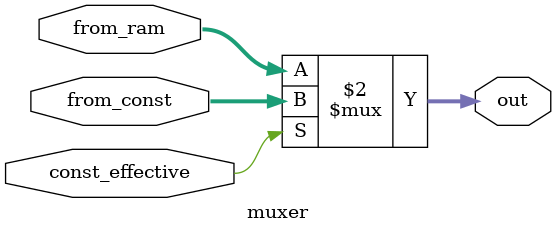
<source format=v>
/*
 * Copyright 2012, Homer Hsing <homer.hsing@gmail.com>
 *
 * Licensed under the Apache License, Version 2.0 (the "License");
 * you may not use this file except in compliance with the License.
 * You may obtain a copy of the License at
 *
 * http://www.apache.org/licenses/LICENSE-2.0
 *
 * Unless required by applicable law or agreed to in writing, software
 * distributed under the License is distributed on an "AS IS" BASIS,
 * WITHOUT WARRANTIES OR CONDITIONS OF ANY KIND, either express or implied.
 * See the License for the specific language governing permissions and
 * limitations under the License.
 */

`define M     593         // M is the degree of the irreducible polynomial
`define WIDTH (2*`M-1)    // width for a GF(3^M) element
`define WIDTH_D0 1187

/*
 * the module of constants
 *
 * addr  out  effective
 *    1   0     1
 *    2   1     1
 *    4   +     1
 *    8   -     1
 *   16 cubic   1
 * other  0     0
 */
module const_ (clk, addr, out, effective);
    input clk;
    input [5:0] addr;
    output reg [`WIDTH_D0:0] out;
    output reg effective; // active high if out is effective
    
    always @ (posedge clk)
      begin
         effective <= 1;
         case (addr)
            1:  out <= 0;
            2:  out <= 1;
            4:  out <= {6'b000101, 1182'd0};
            8:  out <= {6'b001001, 1182'd0};
            16: out <= {6'b010101, 1182'd0};
            default: 
               begin out <= 0; effective <= 0; end
         endcase
      end
endmodule
/*
 * Copyright 2012, Homer Hsing <homer.hsing@gmail.com>
 *
 * Licensed under the Apache License, Version 2.0 (the "License");
 * you may not use this file except in compliance with the License.
 * You may obtain a copy of the License at
 *
 * http://www.apache.org/licenses/LICENSE-2.0
 *
 * Unless required by applicable law or agreed to in writing, software
 * distributed under the License is distributed on an "AS IS" BASIS,
 * WITHOUT WARRANTIES OR CONDITIONS OF ANY KIND, either express or implied.
 * See the License for the specific language governing permissions and
 * limitations under the License.
 */

/* v0(a)+v1(a)+v2(a) == a^3 in GF(3^m) */

/* c == v0(a) */
module v0(a, c);
    input [1185:0] a;
    output [1185:0] c;
    assign c[1:0] = a[1:0];
    assign c[3:2] = a[1113:1112];
    assign c[5:4] = a[793:792];
    assign c[7:6] = a[3:2];
    assign c[9:8] = a[1115:1114];
    assign c[11:10] = a[1041:1040];
    assign c[13:12] = {a[720], a[721]};
    assign c[15:14] = a[401:400];
    assign c[17:16] = a[1043:1042];
    assign c[19:18] = {a[722], a[723]};
    assign c[21:20] = a[403:402];
    assign c[23:22] = a[1045:1044];
    assign c[25:24] = {a[724], a[725]};
    assign c[27:26] = a[1121:1120];
    assign c[29:28] = a[801:800];
    assign c[31:30] = {a[726], a[727]};
    assign c[33:32] = a[1123:1122];
    assign c[35:34] = a[803:802];
    assign c[37:36] = {a[728], a[729]};
    assign c[39:38] = a[1125:1124];
    assign c[41:40] = a[805:804];
    assign c[43:42] = {a[730], a[731]};
    assign c[45:44] = a[1127:1126];
    assign c[47:46] = a[807:806];
    assign c[49:48] = a[17:16];
    assign c[51:50] = a[1129:1128];
    assign c[53:52] = a[809:808];
    assign c[55:54] = a[19:18];
    assign c[57:56] = a[1131:1130];
    assign c[59:58] = a[1057:1056];
    assign c[61:60] = {a[736], a[737]};
    assign c[63:62] = a[417:416];
    assign c[65:64] = a[1059:1058];
    assign c[67:66] = {a[738], a[739]};
    assign c[69:68] = a[419:418];
    assign c[71:70] = a[1061:1060];
    assign c[73:72] = {a[740], a[741]};
    assign c[75:74] = a[1137:1136];
    assign c[77:76] = a[817:816];
    assign c[79:78] = {a[742], a[743]};
    assign c[81:80] = a[1139:1138];
    assign c[83:82] = a[819:818];
    assign c[85:84] = {a[744], a[745]};
    assign c[87:86] = a[1141:1140];
    assign c[89:88] = a[821:820];
    assign c[91:90] = {a[746], a[747]};
    assign c[93:92] = a[1143:1142];
    assign c[95:94] = a[823:822];
    assign c[97:96] = a[33:32];
    assign c[99:98] = a[1145:1144];
    assign c[101:100] = a[825:824];
    assign c[103:102] = a[35:34];
    assign c[105:104] = a[1147:1146];
    assign c[107:106] = a[1073:1072];
    assign c[109:108] = {a[752], a[753]};
    assign c[111:110] = a[433:432];
    assign c[113:112] = a[1075:1074];
    assign c[115:114] = {a[754], a[755]};
    assign c[117:116] = a[435:434];
    assign c[119:118] = a[1077:1076];
    assign c[121:120] = {a[756], a[757]};
    assign c[123:122] = a[1153:1152];
    assign c[125:124] = a[833:832];
    assign c[127:126] = {a[758], a[759]};
    assign c[129:128] = a[1155:1154];
    assign c[131:130] = a[835:834];
    assign c[133:132] = {a[760], a[761]};
    assign c[135:134] = a[1157:1156];
    assign c[137:136] = a[837:836];
    assign c[139:138] = {a[762], a[763]};
    assign c[141:140] = a[1159:1158];
    assign c[143:142] = a[839:838];
    assign c[145:144] = a[49:48];
    assign c[147:146] = a[1161:1160];
    assign c[149:148] = a[841:840];
    assign c[151:150] = a[51:50];
    assign c[153:152] = a[1163:1162];
    assign c[155:154] = a[1089:1088];
    assign c[157:156] = {a[768], a[769]};
    assign c[159:158] = a[449:448];
    assign c[161:160] = a[1091:1090];
    assign c[163:162] = {a[770], a[771]};
    assign c[165:164] = a[451:450];
    assign c[167:166] = a[1093:1092];
    assign c[169:168] = {a[772], a[773]};
    assign c[171:170] = a[1169:1168];
    assign c[173:172] = a[849:848];
    assign c[175:174] = {a[774], a[775]};
    assign c[177:176] = a[1171:1170];
    assign c[179:178] = a[851:850];
    assign c[181:180] = {a[776], a[777]};
    assign c[183:182] = a[1173:1172];
    assign c[185:184] = a[853:852];
    assign c[187:186] = {a[778], a[779]};
    assign c[189:188] = a[1175:1174];
    assign c[191:190] = a[855:854];
    assign c[193:192] = a[65:64];
    assign c[195:194] = a[1177:1176];
    assign c[197:196] = a[857:856];
    assign c[199:198] = a[67:66];
    assign c[201:200] = a[1179:1178];
    assign c[203:202] = a[1105:1104];
    assign c[205:204] = {a[784], a[785]};
    assign c[207:206] = a[465:464];
    assign c[209:208] = a[1107:1106];
    assign c[211:210] = {a[786], a[787]};
    assign c[213:212] = a[467:466];
    assign c[215:214] = a[1109:1108];
    assign c[217:216] = {a[788], a[789]};
    assign c[219:218] = a[1185:1184];
    assign c[221:220] = a[865:864];
    assign c[223:222] = {a[790], a[791]};
    assign c[225:224] = a[471:470];
    assign c[227:226] = a[867:866];
    assign c[229:228] = a[793:792];
    assign c[231:230] = a[473:472];
    assign c[233:232] = a[869:868];
    assign c[235:234] = {a[1040], a[1041]};
    assign c[237:236] = a[721:720];
    assign c[239:238] = {a[400], a[401]};
    assign c[241:240] = a[81:80];
    assign c[243:242] = a[723:722];
    assign c[245:244] = {a[402], a[403]};
    assign c[247:246] = a[83:82];
    assign c[249:248] = a[725:724];
    assign c[251:250] = {a[404], a[405]};
    assign c[253:252] = a[801:800];
    assign c[255:254] = a[481:480];
    assign c[257:256] = {a[406], a[407]};
    assign c[259:258] = a[803:802];
    assign c[261:260] = a[483:482];
    assign c[263:262] = {a[408], a[409]};
    assign c[265:264] = a[805:804];
    assign c[267:266] = a[485:484];
    assign c[269:268] = a[881:880];
    assign c[271:270] = a[807:806];
    assign c[273:272] = a[487:486];
    assign c[275:274] = a[883:882];
    assign c[277:276] = a[809:808];
    assign c[279:278] = a[489:488];
    assign c[281:280] = a[885:884];
    assign c[283:282] = {a[1056], a[1057]};
    assign c[285:284] = a[737:736];
    assign c[287:286] = {a[416], a[417]};
    assign c[289:288] = a[97:96];
    assign c[291:290] = a[739:738];
    assign c[293:292] = {a[418], a[419]};
    assign c[295:294] = a[99:98];
    assign c[297:296] = a[741:740];
    assign c[299:298] = {a[420], a[421]};
    assign c[301:300] = a[817:816];
    assign c[303:302] = a[497:496];
    assign c[305:304] = {a[422], a[423]};
    assign c[307:306] = a[819:818];
    assign c[309:308] = a[499:498];
    assign c[311:310] = {a[424], a[425]};
    assign c[313:312] = a[821:820];
    assign c[315:314] = a[501:500];
    assign c[317:316] = a[897:896];
    assign c[319:318] = a[823:822];
    assign c[321:320] = a[503:502];
    assign c[323:322] = a[899:898];
    assign c[325:324] = a[825:824];
    assign c[327:326] = a[505:504];
    assign c[329:328] = a[901:900];
    assign c[331:330] = {a[1072], a[1073]};
    assign c[333:332] = a[753:752];
    assign c[335:334] = {a[432], a[433]};
    assign c[337:336] = a[113:112];
    assign c[339:338] = a[755:754];
    assign c[341:340] = {a[434], a[435]};
    assign c[343:342] = a[115:114];
    assign c[345:344] = a[757:756];
    assign c[347:346] = {a[436], a[437]};
    assign c[349:348] = a[833:832];
    assign c[351:350] = a[513:512];
    assign c[353:352] = {a[438], a[439]};
    assign c[355:354] = a[835:834];
    assign c[357:356] = a[515:514];
    assign c[359:358] = {a[440], a[441]};
    assign c[361:360] = a[837:836];
    assign c[363:362] = a[517:516];
    assign c[365:364] = a[913:912];
    assign c[367:366] = a[839:838];
    assign c[369:368] = a[519:518];
    assign c[371:370] = a[915:914];
    assign c[373:372] = a[841:840];
    assign c[375:374] = a[521:520];
    assign c[377:376] = a[917:916];
    assign c[379:378] = {a[1088], a[1089]};
    assign c[381:380] = a[769:768];
    assign c[383:382] = {a[448], a[449]};
    assign c[385:384] = a[129:128];
    assign c[387:386] = a[771:770];
    assign c[389:388] = {a[450], a[451]};
    assign c[391:390] = a[131:130];
    assign c[393:392] = a[773:772];
    assign c[395:394] = {a[452], a[453]};
    assign c[397:396] = a[849:848];
    assign c[399:398] = a[529:528];
    assign c[401:400] = {a[454], a[455]};
    assign c[403:402] = a[851:850];
    assign c[405:404] = a[531:530];
    assign c[407:406] = {a[456], a[457]};
    assign c[409:408] = a[853:852];
    assign c[411:410] = a[533:532];
    assign c[413:412] = a[929:928];
    assign c[415:414] = a[855:854];
    assign c[417:416] = a[535:534];
    assign c[419:418] = a[931:930];
    assign c[421:420] = a[857:856];
    assign c[423:422] = a[537:536];
    assign c[425:424] = a[933:932];
    assign c[427:426] = {a[1104], a[1105]};
    assign c[429:428] = a[785:784];
    assign c[431:430] = {a[464], a[465]};
    assign c[433:432] = a[145:144];
    assign c[435:434] = a[787:786];
    assign c[437:436] = {a[466], a[467]};
    assign c[439:438] = a[147:146];
    assign c[441:440] = a[789:788];
    assign c[443:442] = {a[468], a[469]};
    assign c[445:444] = a[865:864];
    assign c[447:446] = a[545:544];
    assign c[449:448] = {a[470], a[471]};
    assign c[451:450] = a[867:866];
    assign c[453:452] = a[547:546];
    assign c[455:454] = {a[472], a[473]};
    assign c[457:456] = a[869:868];
    assign c[459:458] = a[549:548];
    assign c[461:460] = a[945:944];
    assign c[463:462] = a[871:870];
    assign c[465:464] = a[551:550];
    assign c[467:466] = a[947:946];
    assign c[469:468] = a[873:872];
    assign c[471:470] = a[553:552];
    assign c[473:472] = a[949:948];
    assign c[475:474] = {a[1120], a[1121]};
    assign c[477:476] = a[801:800];
    assign c[479:478] = {a[480], a[481]};
    assign c[481:480] = a[161:160];
    assign c[483:482] = a[803:802];
    assign c[485:484] = {a[482], a[483]};
    assign c[487:486] = a[163:162];
    assign c[489:488] = a[805:804];
    assign c[491:490] = {a[484], a[485]};
    assign c[493:492] = a[881:880];
    assign c[495:494] = a[561:560];
    assign c[497:496] = {a[486], a[487]};
    assign c[499:498] = a[883:882];
    assign c[501:500] = a[563:562];
    assign c[503:502] = {a[488], a[489]};
    assign c[505:504] = a[885:884];
    assign c[507:506] = a[565:564];
    assign c[509:508] = a[961:960];
    assign c[511:510] = a[887:886];
    assign c[513:512] = a[567:566];
    assign c[515:514] = a[963:962];
    assign c[517:516] = a[889:888];
    assign c[519:518] = a[569:568];
    assign c[521:520] = a[965:964];
    assign c[523:522] = {a[1136], a[1137]};
    assign c[525:524] = a[817:816];
    assign c[527:526] = {a[496], a[497]};
    assign c[529:528] = a[177:176];
    assign c[531:530] = a[819:818];
    assign c[533:532] = {a[498], a[499]};
    assign c[535:534] = a[179:178];
    assign c[537:536] = a[821:820];
    assign c[539:538] = {a[500], a[501]};
    assign c[541:540] = a[897:896];
    assign c[543:542] = a[577:576];
    assign c[545:544] = {a[502], a[503]};
    assign c[547:546] = a[899:898];
    assign c[549:548] = a[579:578];
    assign c[551:550] = {a[504], a[505]};
    assign c[553:552] = a[901:900];
    assign c[555:554] = a[581:580];
    assign c[557:556] = a[977:976];
    assign c[559:558] = a[903:902];
    assign c[561:560] = a[583:582];
    assign c[563:562] = a[979:978];
    assign c[565:564] = a[905:904];
    assign c[567:566] = a[585:584];
    assign c[569:568] = a[981:980];
    assign c[571:570] = {a[1152], a[1153]};
    assign c[573:572] = a[833:832];
    assign c[575:574] = {a[512], a[513]};
    assign c[577:576] = a[193:192];
    assign c[579:578] = a[835:834];
    assign c[581:580] = {a[514], a[515]};
    assign c[583:582] = a[195:194];
    assign c[585:584] = a[837:836];
    assign c[587:586] = {a[516], a[517]};
    assign c[589:588] = a[913:912];
    assign c[591:590] = a[593:592];
    assign c[593:592] = {a[518], a[519]};
    assign c[595:594] = a[915:914];
    assign c[597:596] = a[595:594];
    assign c[599:598] = {a[520], a[521]};
    assign c[601:600] = a[917:916];
    assign c[603:602] = a[597:596];
    assign c[605:604] = a[993:992];
    assign c[607:606] = a[919:918];
    assign c[609:608] = a[599:598];
    assign c[611:610] = a[995:994];
    assign c[613:612] = a[921:920];
    assign c[615:614] = a[601:600];
    assign c[617:616] = a[997:996];
    assign c[619:618] = {a[1168], a[1169]};
    assign c[621:620] = a[849:848];
    assign c[623:622] = {a[528], a[529]};
    assign c[625:624] = a[209:208];
    assign c[627:626] = a[851:850];
    assign c[629:628] = {a[530], a[531]};
    assign c[631:630] = a[211:210];
    assign c[633:632] = a[853:852];
    assign c[635:634] = {a[532], a[533]};
    assign c[637:636] = a[929:928];
    assign c[639:638] = a[609:608];
    assign c[641:640] = {a[534], a[535]};
    assign c[643:642] = a[931:930];
    assign c[645:644] = a[611:610];
    assign c[647:646] = {a[536], a[537]};
    assign c[649:648] = a[933:932];
    assign c[651:650] = a[613:612];
    assign c[653:652] = a[1009:1008];
    assign c[655:654] = a[935:934];
    assign c[657:656] = a[615:614];
    assign c[659:658] = a[1011:1010];
    assign c[661:660] = a[937:936];
    assign c[663:662] = a[617:616];
    assign c[665:664] = a[1013:1012];
    assign c[667:666] = {a[1184], a[1185]};
    assign c[669:668] = a[865:864];
    assign c[671:670] = {a[544], a[545]};
    assign c[673:672] = a[225:224];
    assign c[675:674] = a[867:866];
    assign c[677:676] = {a[546], a[547]};
    assign c[679:678] = a[227:226];
    assign c[681:680] = a[869:868];
    assign c[683:682] = {a[548], a[549]};
    assign c[685:684] = a[945:944];
    assign c[687:686] = a[625:624];
    assign c[689:688] = {a[550], a[551]};
    assign c[691:690] = a[947:946];
    assign c[693:692] = a[627:626];
    assign c[695:694] = {a[552], a[553]};
    assign c[697:696] = a[949:948];
    assign c[699:698] = a[629:628];
    assign c[701:700] = a[1025:1024];
    assign c[703:702] = a[951:950];
    assign c[705:704] = a[631:630];
    assign c[707:706] = a[1027:1026];
    assign c[709:708] = a[953:952];
    assign c[711:710] = a[633:632];
    assign c[713:712] = a[1029:1028];
    assign c[715:714] = a[955:954];
    assign c[717:716] = a[881:880];
    assign c[719:718] = {a[560], a[561]};
    assign c[721:720] = a[241:240];
    assign c[723:722] = a[883:882];
    assign c[725:724] = {a[562], a[563]};
    assign c[727:726] = a[243:242];
    assign c[729:728] = a[885:884];
    assign c[731:730] = {a[564], a[565]};
    assign c[733:732] = a[961:960];
    assign c[735:734] = a[641:640];
    assign c[737:736] = {a[566], a[567]};
    assign c[739:738] = a[963:962];
    assign c[741:740] = a[643:642];
    assign c[743:742] = {a[568], a[569]};
    assign c[745:744] = a[965:964];
    assign c[747:746] = a[645:644];
    assign c[749:748] = a[1041:1040];
    assign c[751:750] = a[967:966];
    assign c[753:752] = a[647:646];
    assign c[755:754] = a[1043:1042];
    assign c[757:756] = a[969:968];
    assign c[759:758] = a[649:648];
    assign c[761:760] = a[1045:1044];
    assign c[763:762] = a[971:970];
    assign c[765:764] = a[897:896];
    assign c[767:766] = {a[576], a[577]};
    assign c[769:768] = a[257:256];
    assign c[771:770] = a[899:898];
    assign c[773:772] = {a[578], a[579]};
    assign c[775:774] = a[259:258];
    assign c[777:776] = a[901:900];
    assign c[779:778] = {a[580], a[581]};
    assign c[781:780] = a[977:976];
    assign c[783:782] = a[657:656];
    assign c[785:784] = {a[582], a[583]};
    assign c[787:786] = a[979:978];
    assign c[789:788] = a[659:658];
    assign c[791:790] = {a[584], a[585]};
    assign c[793:792] = a[981:980];
    assign c[795:794] = a[661:660];
    assign c[797:796] = a[1057:1056];
    assign c[799:798] = a[983:982];
    assign c[801:800] = a[663:662];
    assign c[803:802] = a[1059:1058];
    assign c[805:804] = a[985:984];
    assign c[807:806] = a[665:664];
    assign c[809:808] = a[1061:1060];
    assign c[811:810] = a[987:986];
    assign c[813:812] = a[913:912];
    assign c[815:814] = {a[592], a[593]};
    assign c[817:816] = a[273:272];
    assign c[819:818] = a[915:914];
    assign c[821:820] = {a[594], a[595]};
    assign c[823:822] = a[275:274];
    assign c[825:824] = a[917:916];
    assign c[827:826] = {a[596], a[597]};
    assign c[829:828] = a[993:992];
    assign c[831:830] = a[673:672];
    assign c[833:832] = {a[598], a[599]};
    assign c[835:834] = a[995:994];
    assign c[837:836] = a[675:674];
    assign c[839:838] = {a[600], a[601]};
    assign c[841:840] = a[997:996];
    assign c[843:842] = a[677:676];
    assign c[845:844] = a[1073:1072];
    assign c[847:846] = a[999:998];
    assign c[849:848] = a[679:678];
    assign c[851:850] = a[1075:1074];
    assign c[853:852] = a[1001:1000];
    assign c[855:854] = a[681:680];
    assign c[857:856] = a[1077:1076];
    assign c[859:858] = a[1003:1002];
    assign c[861:860] = a[929:928];
    assign c[863:862] = {a[608], a[609]};
    assign c[865:864] = a[289:288];
    assign c[867:866] = a[931:930];
    assign c[869:868] = {a[610], a[611]};
    assign c[871:870] = a[291:290];
    assign c[873:872] = a[933:932];
    assign c[875:874] = {a[612], a[613]};
    assign c[877:876] = a[1009:1008];
    assign c[879:878] = a[689:688];
    assign c[881:880] = {a[614], a[615]};
    assign c[883:882] = a[1011:1010];
    assign c[885:884] = a[691:690];
    assign c[887:886] = {a[616], a[617]};
    assign c[889:888] = a[1013:1012];
    assign c[891:890] = a[693:692];
    assign c[893:892] = a[1089:1088];
    assign c[895:894] = a[1015:1014];
    assign c[897:896] = a[695:694];
    assign c[899:898] = a[1091:1090];
    assign c[901:900] = a[1017:1016];
    assign c[903:902] = a[697:696];
    assign c[905:904] = a[1093:1092];
    assign c[907:906] = a[1019:1018];
    assign c[909:908] = a[945:944];
    assign c[911:910] = {a[624], a[625]};
    assign c[913:912] = a[305:304];
    assign c[915:914] = a[947:946];
    assign c[917:916] = {a[626], a[627]};
    assign c[919:918] = a[307:306];
    assign c[921:920] = a[949:948];
    assign c[923:922] = {a[628], a[629]};
    assign c[925:924] = a[1025:1024];
    assign c[927:926] = a[705:704];
    assign c[929:928] = {a[630], a[631]};
    assign c[931:930] = a[1027:1026];
    assign c[933:932] = a[707:706];
    assign c[935:934] = {a[632], a[633]};
    assign c[937:936] = a[1029:1028];
    assign c[939:938] = a[709:708];
    assign c[941:940] = a[1105:1104];
    assign c[943:942] = a[1031:1030];
    assign c[945:944] = a[711:710];
    assign c[947:946] = a[1107:1106];
    assign c[949:948] = a[1033:1032];
    assign c[951:950] = a[713:712];
    assign c[953:952] = a[1109:1108];
    assign c[955:954] = a[1035:1034];
    assign c[957:956] = a[961:960];
    assign c[959:958] = {a[640], a[641]};
    assign c[961:960] = a[321:320];
    assign c[963:962] = a[963:962];
    assign c[965:964] = {a[642], a[643]};
    assign c[967:966] = a[323:322];
    assign c[969:968] = a[965:964];
    assign c[971:970] = {a[644], a[645]};
    assign c[973:972] = a[1041:1040];
    assign c[975:974] = a[721:720];
    assign c[977:976] = {a[646], a[647]};
    assign c[979:978] = a[1043:1042];
    assign c[981:980] = a[723:722];
    assign c[983:982] = {a[648], a[649]};
    assign c[985:984] = a[1045:1044];
    assign c[987:986] = a[725:724];
    assign c[989:988] = a[1121:1120];
    assign c[991:990] = a[1047:1046];
    assign c[993:992] = a[727:726];
    assign c[995:994] = a[1123:1122];
    assign c[997:996] = a[1049:1048];
    assign c[999:998] = a[729:728];
    assign c[1001:1000] = a[1125:1124];
    assign c[1003:1002] = a[1051:1050];
    assign c[1005:1004] = a[977:976];
    assign c[1007:1006] = {a[656], a[657]};
    assign c[1009:1008] = a[337:336];
    assign c[1011:1010] = a[979:978];
    assign c[1013:1012] = {a[658], a[659]};
    assign c[1015:1014] = a[339:338];
    assign c[1017:1016] = a[981:980];
    assign c[1019:1018] = {a[660], a[661]};
    assign c[1021:1020] = a[1057:1056];
    assign c[1023:1022] = a[737:736];
    assign c[1025:1024] = {a[662], a[663]};
    assign c[1027:1026] = a[1059:1058];
    assign c[1029:1028] = a[739:738];
    assign c[1031:1030] = {a[664], a[665]};
    assign c[1033:1032] = a[1061:1060];
    assign c[1035:1034] = a[741:740];
    assign c[1037:1036] = a[1137:1136];
    assign c[1039:1038] = a[1063:1062];
    assign c[1041:1040] = a[743:742];
    assign c[1043:1042] = a[1139:1138];
    assign c[1045:1044] = a[1065:1064];
    assign c[1047:1046] = a[745:744];
    assign c[1049:1048] = a[1141:1140];
    assign c[1051:1050] = a[1067:1066];
    assign c[1053:1052] = a[993:992];
    assign c[1055:1054] = {a[672], a[673]};
    assign c[1057:1056] = a[353:352];
    assign c[1059:1058] = a[995:994];
    assign c[1061:1060] = {a[674], a[675]};
    assign c[1063:1062] = a[355:354];
    assign c[1065:1064] = a[997:996];
    assign c[1067:1066] = {a[676], a[677]};
    assign c[1069:1068] = a[1073:1072];
    assign c[1071:1070] = a[753:752];
    assign c[1073:1072] = {a[678], a[679]};
    assign c[1075:1074] = a[1075:1074];
    assign c[1077:1076] = a[755:754];
    assign c[1079:1078] = {a[680], a[681]};
    assign c[1081:1080] = a[1077:1076];
    assign c[1083:1082] = a[757:756];
    assign c[1085:1084] = a[1153:1152];
    assign c[1087:1086] = a[1079:1078];
    assign c[1089:1088] = a[759:758];
    assign c[1091:1090] = a[1155:1154];
    assign c[1093:1092] = a[1081:1080];
    assign c[1095:1094] = a[761:760];
    assign c[1097:1096] = a[1157:1156];
    assign c[1099:1098] = a[1083:1082];
    assign c[1101:1100] = a[1009:1008];
    assign c[1103:1102] = {a[688], a[689]};
    assign c[1105:1104] = a[369:368];
    assign c[1107:1106] = a[1011:1010];
    assign c[1109:1108] = {a[690], a[691]};
    assign c[1111:1110] = a[371:370];
    assign c[1113:1112] = a[1013:1012];
    assign c[1115:1114] = {a[692], a[693]};
    assign c[1117:1116] = a[1089:1088];
    assign c[1119:1118] = a[769:768];
    assign c[1121:1120] = {a[694], a[695]};
    assign c[1123:1122] = a[1091:1090];
    assign c[1125:1124] = a[771:770];
    assign c[1127:1126] = {a[696], a[697]};
    assign c[1129:1128] = a[1093:1092];
    assign c[1131:1130] = a[773:772];
    assign c[1133:1132] = a[1169:1168];
    assign c[1135:1134] = a[1095:1094];
    assign c[1137:1136] = a[775:774];
    assign c[1139:1138] = a[1171:1170];
    assign c[1141:1140] = a[1097:1096];
    assign c[1143:1142] = a[777:776];
    assign c[1145:1144] = a[1173:1172];
    assign c[1147:1146] = a[1099:1098];
    assign c[1149:1148] = a[1025:1024];
    assign c[1151:1150] = {a[704], a[705]};
    assign c[1153:1152] = a[385:384];
    assign c[1155:1154] = a[1027:1026];
    assign c[1157:1156] = {a[706], a[707]};
    assign c[1159:1158] = a[387:386];
    assign c[1161:1160] = a[1029:1028];
    assign c[1163:1162] = {a[708], a[709]};
    assign c[1165:1164] = a[1105:1104];
    assign c[1167:1166] = a[785:784];
    assign c[1169:1168] = {a[710], a[711]};
    assign c[1171:1170] = a[1107:1106];
    assign c[1173:1172] = a[787:786];
    assign c[1175:1174] = {a[712], a[713]};
    assign c[1177:1176] = a[1109:1108];
    assign c[1179:1178] = a[789:788];
    assign c[1181:1180] = a[1185:1184];
    assign c[1183:1182] = a[1111:1110];
    assign c[1185:1184] = a[791:790];
endmodule
/* c == v1(a) */
module v1(a, c);
    input [1185:0] a;
    output [1185:0] c;
    assign c[1:0] = {a[716], a[717]};
    assign c[3:2] = a[397:396];
    assign c[5:4] = a[1039:1038];
    assign c[7:6] = {a[718], a[719]};
    assign c[9:8] = a[399:398];
    assign c[11:10] = a[795:794];
    assign c[13:12] = a[5:4];
    assign c[15:14] = a[1117:1116];
    assign c[17:16] = a[797:796];
    assign c[19:18] = a[7:6];
    assign c[21:20] = a[1119:1118];
    assign c[23:22] = a[799:798];
    assign c[25:24] = a[9:8];
    assign c[27:26] = a[405:404];
    assign c[29:28] = a[1047:1046];
    assign c[31:30] = a[11:10];
    assign c[33:32] = a[407:406];
    assign c[35:34] = a[1049:1048];
    assign c[37:36] = a[13:12];
    assign c[39:38] = a[409:408];
    assign c[41:40] = a[1051:1050];
    assign c[43:42] = a[15:14];
    assign c[45:44] = a[411:410];
    assign c[47:46] = a[1053:1052];
    assign c[49:48] = {a[732], a[733]};
    assign c[51:50] = a[413:412];
    assign c[53:52] = a[1055:1054];
    assign c[55:54] = {a[734], a[735]};
    assign c[57:56] = a[415:414];
    assign c[59:58] = a[811:810];
    assign c[61:60] = a[21:20];
    assign c[63:62] = a[1133:1132];
    assign c[65:64] = a[813:812];
    assign c[67:66] = a[23:22];
    assign c[69:68] = a[1135:1134];
    assign c[71:70] = a[815:814];
    assign c[73:72] = a[25:24];
    assign c[75:74] = a[421:420];
    assign c[77:76] = a[1063:1062];
    assign c[79:78] = a[27:26];
    assign c[81:80] = a[423:422];
    assign c[83:82] = a[1065:1064];
    assign c[85:84] = a[29:28];
    assign c[87:86] = a[425:424];
    assign c[89:88] = a[1067:1066];
    assign c[91:90] = a[31:30];
    assign c[93:92] = a[427:426];
    assign c[95:94] = a[1069:1068];
    assign c[97:96] = {a[748], a[749]};
    assign c[99:98] = a[429:428];
    assign c[101:100] = a[1071:1070];
    assign c[103:102] = {a[750], a[751]};
    assign c[105:104] = a[431:430];
    assign c[107:106] = a[827:826];
    assign c[109:108] = a[37:36];
    assign c[111:110] = a[1149:1148];
    assign c[113:112] = a[829:828];
    assign c[115:114] = a[39:38];
    assign c[117:116] = a[1151:1150];
    assign c[119:118] = a[831:830];
    assign c[121:120] = a[41:40];
    assign c[123:122] = a[437:436];
    assign c[125:124] = a[1079:1078];
    assign c[127:126] = a[43:42];
    assign c[129:128] = a[439:438];
    assign c[131:130] = a[1081:1080];
    assign c[133:132] = a[45:44];
    assign c[135:134] = a[441:440];
    assign c[137:136] = a[1083:1082];
    assign c[139:138] = a[47:46];
    assign c[141:140] = a[443:442];
    assign c[143:142] = a[1085:1084];
    assign c[145:144] = {a[764], a[765]};
    assign c[147:146] = a[445:444];
    assign c[149:148] = a[1087:1086];
    assign c[151:150] = {a[766], a[767]};
    assign c[153:152] = a[447:446];
    assign c[155:154] = a[843:842];
    assign c[157:156] = a[53:52];
    assign c[159:158] = a[1165:1164];
    assign c[161:160] = a[845:844];
    assign c[163:162] = a[55:54];
    assign c[165:164] = a[1167:1166];
    assign c[167:166] = a[847:846];
    assign c[169:168] = a[57:56];
    assign c[171:170] = a[453:452];
    assign c[173:172] = a[1095:1094];
    assign c[175:174] = a[59:58];
    assign c[177:176] = a[455:454];
    assign c[179:178] = a[1097:1096];
    assign c[181:180] = a[61:60];
    assign c[183:182] = a[457:456];
    assign c[185:184] = a[1099:1098];
    assign c[187:186] = a[63:62];
    assign c[189:188] = a[459:458];
    assign c[191:190] = a[1101:1100];
    assign c[193:192] = {a[780], a[781]};
    assign c[195:194] = a[461:460];
    assign c[197:196] = a[1103:1102];
    assign c[199:198] = {a[782], a[783]};
    assign c[201:200] = a[463:462];
    assign c[203:202] = a[859:858];
    assign c[205:204] = a[69:68];
    assign c[207:206] = a[1181:1180];
    assign c[209:208] = a[861:860];
    assign c[211:210] = a[71:70];
    assign c[213:212] = a[1183:1182];
    assign c[215:214] = a[863:862];
    assign c[217:216] = a[73:72];
    assign c[219:218] = a[469:468];
    assign c[221:220] = a[1111:1110];
    assign c[223:222] = a[75:74];
    assign c[225:224] = a[717:716];
    assign c[227:226] = {a[396], a[397]};
    assign c[229:228] = a[77:76];
    assign c[231:230] = a[719:718];
    assign c[233:232] = {a[398], a[399]};
    assign c[235:234] = a[795:794];
    assign c[237:236] = a[475:474];
    assign c[239:238] = a[871:870];
    assign c[241:240] = {a[1042], a[1043]};
    assign c[243:242] = a[477:476];
    assign c[245:244] = a[873:872];
    assign c[247:246] = {a[1044], a[1045]};
    assign c[249:248] = a[479:478];
    assign c[251:250] = a[875:874];
    assign c[253:252] = a[85:84];
    assign c[255:254] = a[727:726];
    assign c[257:256] = a[877:876];
    assign c[259:258] = a[87:86];
    assign c[261:260] = a[729:728];
    assign c[263:262] = a[879:878];
    assign c[265:264] = a[89:88];
    assign c[267:266] = a[731:730];
    assign c[269:268] = {a[410], a[411]};
    assign c[271:270] = a[91:90];
    assign c[273:272] = a[733:732];
    assign c[275:274] = {a[412], a[413]};
    assign c[277:276] = a[93:92];
    assign c[279:278] = a[735:734];
    assign c[281:280] = {a[414], a[415]};
    assign c[283:282] = a[811:810];
    assign c[285:284] = a[491:490];
    assign c[287:286] = a[887:886];
    assign c[289:288] = {a[1058], a[1059]};
    assign c[291:290] = a[493:492];
    assign c[293:292] = a[889:888];
    assign c[295:294] = {a[1060], a[1061]};
    assign c[297:296] = a[495:494];
    assign c[299:298] = a[891:890];
    assign c[301:300] = a[101:100];
    assign c[303:302] = a[743:742];
    assign c[305:304] = a[893:892];
    assign c[307:306] = a[103:102];
    assign c[309:308] = a[745:744];
    assign c[311:310] = a[895:894];
    assign c[313:312] = a[105:104];
    assign c[315:314] = a[747:746];
    assign c[317:316] = {a[426], a[427]};
    assign c[319:318] = a[107:106];
    assign c[321:320] = a[749:748];
    assign c[323:322] = {a[428], a[429]};
    assign c[325:324] = a[109:108];
    assign c[327:326] = a[751:750];
    assign c[329:328] = {a[430], a[431]};
    assign c[331:330] = a[827:826];
    assign c[333:332] = a[507:506];
    assign c[335:334] = a[903:902];
    assign c[337:336] = {a[1074], a[1075]};
    assign c[339:338] = a[509:508];
    assign c[341:340] = a[905:904];
    assign c[343:342] = {a[1076], a[1077]};
    assign c[345:344] = a[511:510];
    assign c[347:346] = a[907:906];
    assign c[349:348] = a[117:116];
    assign c[351:350] = a[759:758];
    assign c[353:352] = a[909:908];
    assign c[355:354] = a[119:118];
    assign c[357:356] = a[761:760];
    assign c[359:358] = a[911:910];
    assign c[361:360] = a[121:120];
    assign c[363:362] = a[763:762];
    assign c[365:364] = {a[442], a[443]};
    assign c[367:366] = a[123:122];
    assign c[369:368] = a[765:764];
    assign c[371:370] = {a[444], a[445]};
    assign c[373:372] = a[125:124];
    assign c[375:374] = a[767:766];
    assign c[377:376] = {a[446], a[447]};
    assign c[379:378] = a[843:842];
    assign c[381:380] = a[523:522];
    assign c[383:382] = a[919:918];
    assign c[385:384] = {a[1090], a[1091]};
    assign c[387:386] = a[525:524];
    assign c[389:388] = a[921:920];
    assign c[391:390] = {a[1092], a[1093]};
    assign c[393:392] = a[527:526];
    assign c[395:394] = a[923:922];
    assign c[397:396] = a[133:132];
    assign c[399:398] = a[775:774];
    assign c[401:400] = a[925:924];
    assign c[403:402] = a[135:134];
    assign c[405:404] = a[777:776];
    assign c[407:406] = a[927:926];
    assign c[409:408] = a[137:136];
    assign c[411:410] = a[779:778];
    assign c[413:412] = {a[458], a[459]};
    assign c[415:414] = a[139:138];
    assign c[417:416] = a[781:780];
    assign c[419:418] = {a[460], a[461]};
    assign c[421:420] = a[141:140];
    assign c[423:422] = a[783:782];
    assign c[425:424] = {a[462], a[463]};
    assign c[427:426] = a[859:858];
    assign c[429:428] = a[539:538];
    assign c[431:430] = a[935:934];
    assign c[433:432] = {a[1106], a[1107]};
    assign c[435:434] = a[541:540];
    assign c[437:436] = a[937:936];
    assign c[439:438] = {a[1108], a[1109]};
    assign c[441:440] = a[543:542];
    assign c[443:442] = a[939:938];
    assign c[445:444] = a[149:148];
    assign c[447:446] = a[791:790];
    assign c[449:448] = a[941:940];
    assign c[451:450] = a[151:150];
    assign c[453:452] = a[793:792];
    assign c[455:454] = a[943:942];
    assign c[457:456] = a[153:152];
    assign c[459:458] = a[795:794];
    assign c[461:460] = {a[474], a[475]};
    assign c[463:462] = a[155:154];
    assign c[465:464] = a[797:796];
    assign c[467:466] = {a[476], a[477]};
    assign c[469:468] = a[157:156];
    assign c[471:470] = a[799:798];
    assign c[473:472] = {a[478], a[479]};
    assign c[475:474] = a[875:874];
    assign c[477:476] = a[555:554];
    assign c[479:478] = a[951:950];
    assign c[481:480] = {a[1122], a[1123]};
    assign c[483:482] = a[557:556];
    assign c[485:484] = a[953:952];
    assign c[487:486] = {a[1124], a[1125]};
    assign c[489:488] = a[559:558];
    assign c[491:490] = a[955:954];
    assign c[493:492] = a[165:164];
    assign c[495:494] = a[807:806];
    assign c[497:496] = a[957:956];
    assign c[499:498] = a[167:166];
    assign c[501:500] = a[809:808];
    assign c[503:502] = a[959:958];
    assign c[505:504] = a[169:168];
    assign c[507:506] = a[811:810];
    assign c[509:508] = {a[490], a[491]};
    assign c[511:510] = a[171:170];
    assign c[513:512] = a[813:812];
    assign c[515:514] = {a[492], a[493]};
    assign c[517:516] = a[173:172];
    assign c[519:518] = a[815:814];
    assign c[521:520] = {a[494], a[495]};
    assign c[523:522] = a[891:890];
    assign c[525:524] = a[571:570];
    assign c[527:526] = a[967:966];
    assign c[529:528] = {a[1138], a[1139]};
    assign c[531:530] = a[573:572];
    assign c[533:532] = a[969:968];
    assign c[535:534] = {a[1140], a[1141]};
    assign c[537:536] = a[575:574];
    assign c[539:538] = a[971:970];
    assign c[541:540] = a[181:180];
    assign c[543:542] = a[823:822];
    assign c[545:544] = a[973:972];
    assign c[547:546] = a[183:182];
    assign c[549:548] = a[825:824];
    assign c[551:550] = a[975:974];
    assign c[553:552] = a[185:184];
    assign c[555:554] = a[827:826];
    assign c[557:556] = {a[506], a[507]};
    assign c[559:558] = a[187:186];
    assign c[561:560] = a[829:828];
    assign c[563:562] = {a[508], a[509]};
    assign c[565:564] = a[189:188];
    assign c[567:566] = a[831:830];
    assign c[569:568] = {a[510], a[511]};
    assign c[571:570] = a[907:906];
    assign c[573:572] = a[587:586];
    assign c[575:574] = a[983:982];
    assign c[577:576] = {a[1154], a[1155]};
    assign c[579:578] = a[589:588];
    assign c[581:580] = a[985:984];
    assign c[583:582] = {a[1156], a[1157]};
    assign c[585:584] = a[591:590];
    assign c[587:586] = a[987:986];
    assign c[589:588] = a[197:196];
    assign c[591:590] = a[839:838];
    assign c[593:592] = a[989:988];
    assign c[595:594] = a[199:198];
    assign c[597:596] = a[841:840];
    assign c[599:598] = a[991:990];
    assign c[601:600] = a[201:200];
    assign c[603:602] = a[843:842];
    assign c[605:604] = {a[522], a[523]};
    assign c[607:606] = a[203:202];
    assign c[609:608] = a[845:844];
    assign c[611:610] = {a[524], a[525]};
    assign c[613:612] = a[205:204];
    assign c[615:614] = a[847:846];
    assign c[617:616] = {a[526], a[527]};
    assign c[619:618] = a[923:922];
    assign c[621:620] = a[603:602];
    assign c[623:622] = a[999:998];
    assign c[625:624] = {a[1170], a[1171]};
    assign c[627:626] = a[605:604];
    assign c[629:628] = a[1001:1000];
    assign c[631:630] = {a[1172], a[1173]};
    assign c[633:632] = a[607:606];
    assign c[635:634] = a[1003:1002];
    assign c[637:636] = a[213:212];
    assign c[639:638] = a[855:854];
    assign c[641:640] = a[1005:1004];
    assign c[643:642] = a[215:214];
    assign c[645:644] = a[857:856];
    assign c[647:646] = a[1007:1006];
    assign c[649:648] = a[217:216];
    assign c[651:650] = a[859:858];
    assign c[653:652] = {a[538], a[539]};
    assign c[655:654] = a[219:218];
    assign c[657:656] = a[861:860];
    assign c[659:658] = {a[540], a[541]};
    assign c[661:660] = a[221:220];
    assign c[663:662] = a[863:862];
    assign c[665:664] = {a[542], a[543]};
    assign c[667:666] = a[939:938];
    assign c[669:668] = a[619:618];
    assign c[671:670] = a[1015:1014];
    assign c[673:672] = a[941:940];
    assign c[675:674] = a[621:620];
    assign c[677:676] = a[1017:1016];
    assign c[679:678] = a[943:942];
    assign c[681:680] = a[623:622];
    assign c[683:682] = a[1019:1018];
    assign c[685:684] = a[229:228];
    assign c[687:686] = a[871:870];
    assign c[689:688] = a[1021:1020];
    assign c[691:690] = a[231:230];
    assign c[693:692] = a[873:872];
    assign c[695:694] = a[1023:1022];
    assign c[697:696] = a[233:232];
    assign c[699:698] = a[875:874];
    assign c[701:700] = {a[554], a[555]};
    assign c[703:702] = a[235:234];
    assign c[705:704] = a[877:876];
    assign c[707:706] = {a[556], a[557]};
    assign c[709:708] = a[237:236];
    assign c[711:710] = a[879:878];
    assign c[713:712] = {a[558], a[559]};
    assign c[715:714] = a[239:238];
    assign c[717:716] = a[635:634];
    assign c[719:718] = a[1031:1030];
    assign c[721:720] = a[957:956];
    assign c[723:722] = a[637:636];
    assign c[725:724] = a[1033:1032];
    assign c[727:726] = a[959:958];
    assign c[729:728] = a[639:638];
    assign c[731:730] = a[1035:1034];
    assign c[733:732] = a[245:244];
    assign c[735:734] = a[887:886];
    assign c[737:736] = a[1037:1036];
    assign c[739:738] = a[247:246];
    assign c[741:740] = a[889:888];
    assign c[743:742] = a[1039:1038];
    assign c[745:744] = a[249:248];
    assign c[747:746] = a[891:890];
    assign c[749:748] = {a[570], a[571]};
    assign c[751:750] = a[251:250];
    assign c[753:752] = a[893:892];
    assign c[755:754] = {a[572], a[573]};
    assign c[757:756] = a[253:252];
    assign c[759:758] = a[895:894];
    assign c[761:760] = {a[574], a[575]};
    assign c[763:762] = a[255:254];
    assign c[765:764] = a[651:650];
    assign c[767:766] = a[1047:1046];
    assign c[769:768] = a[973:972];
    assign c[771:770] = a[653:652];
    assign c[773:772] = a[1049:1048];
    assign c[775:774] = a[975:974];
    assign c[777:776] = a[655:654];
    assign c[779:778] = a[1051:1050];
    assign c[781:780] = a[261:260];
    assign c[783:782] = a[903:902];
    assign c[785:784] = a[1053:1052];
    assign c[787:786] = a[263:262];
    assign c[789:788] = a[905:904];
    assign c[791:790] = a[1055:1054];
    assign c[793:792] = a[265:264];
    assign c[795:794] = a[907:906];
    assign c[797:796] = {a[586], a[587]};
    assign c[799:798] = a[267:266];
    assign c[801:800] = a[909:908];
    assign c[803:802] = {a[588], a[589]};
    assign c[805:804] = a[269:268];
    assign c[807:806] = a[911:910];
    assign c[809:808] = {a[590], a[591]};
    assign c[811:810] = a[271:270];
    assign c[813:812] = a[667:666];
    assign c[815:814] = a[1063:1062];
    assign c[817:816] = a[989:988];
    assign c[819:818] = a[669:668];
    assign c[821:820] = a[1065:1064];
    assign c[823:822] = a[991:990];
    assign c[825:824] = a[671:670];
    assign c[827:826] = a[1067:1066];
    assign c[829:828] = a[277:276];
    assign c[831:830] = a[919:918];
    assign c[833:832] = a[1069:1068];
    assign c[835:834] = a[279:278];
    assign c[837:836] = a[921:920];
    assign c[839:838] = a[1071:1070];
    assign c[841:840] = a[281:280];
    assign c[843:842] = a[923:922];
    assign c[845:844] = {a[602], a[603]};
    assign c[847:846] = a[283:282];
    assign c[849:848] = a[925:924];
    assign c[851:850] = {a[604], a[605]};
    assign c[853:852] = a[285:284];
    assign c[855:854] = a[927:926];
    assign c[857:856] = {a[606], a[607]};
    assign c[859:858] = a[287:286];
    assign c[861:860] = a[683:682];
    assign c[863:862] = a[1079:1078];
    assign c[865:864] = a[1005:1004];
    assign c[867:866] = a[685:684];
    assign c[869:868] = a[1081:1080];
    assign c[871:870] = a[1007:1006];
    assign c[873:872] = a[687:686];
    assign c[875:874] = a[1083:1082];
    assign c[877:876] = a[293:292];
    assign c[879:878] = a[935:934];
    assign c[881:880] = a[1085:1084];
    assign c[883:882] = a[295:294];
    assign c[885:884] = a[937:936];
    assign c[887:886] = a[1087:1086];
    assign c[889:888] = a[297:296];
    assign c[891:890] = a[939:938];
    assign c[893:892] = {a[618], a[619]};
    assign c[895:894] = a[299:298];
    assign c[897:896] = a[941:940];
    assign c[899:898] = {a[620], a[621]};
    assign c[901:900] = a[301:300];
    assign c[903:902] = a[943:942];
    assign c[905:904] = {a[622], a[623]};
    assign c[907:906] = a[303:302];
    assign c[909:908] = a[699:698];
    assign c[911:910] = a[1095:1094];
    assign c[913:912] = a[1021:1020];
    assign c[915:914] = a[701:700];
    assign c[917:916] = a[1097:1096];
    assign c[919:918] = a[1023:1022];
    assign c[921:920] = a[703:702];
    assign c[923:922] = a[1099:1098];
    assign c[925:924] = a[309:308];
    assign c[927:926] = a[951:950];
    assign c[929:928] = a[1101:1100];
    assign c[931:930] = a[311:310];
    assign c[933:932] = a[953:952];
    assign c[935:934] = a[1103:1102];
    assign c[937:936] = a[313:312];
    assign c[939:938] = a[955:954];
    assign c[941:940] = {a[634], a[635]};
    assign c[943:942] = a[315:314];
    assign c[945:944] = a[957:956];
    assign c[947:946] = {a[636], a[637]};
    assign c[949:948] = a[317:316];
    assign c[951:950] = a[959:958];
    assign c[953:952] = {a[638], a[639]};
    assign c[955:954] = a[319:318];
    assign c[957:956] = a[715:714];
    assign c[959:958] = a[1111:1110];
    assign c[961:960] = a[1037:1036];
    assign c[963:962] = a[717:716];
    assign c[965:964] = a[1113:1112];
    assign c[967:966] = a[1039:1038];
    assign c[969:968] = a[719:718];
    assign c[971:970] = a[1115:1114];
    assign c[973:972] = a[325:324];
    assign c[975:974] = a[967:966];
    assign c[977:976] = a[1117:1116];
    assign c[979:978] = a[327:326];
    assign c[981:980] = a[969:968];
    assign c[983:982] = a[1119:1118];
    assign c[985:984] = a[329:328];
    assign c[987:986] = a[971:970];
    assign c[989:988] = {a[650], a[651]};
    assign c[991:990] = a[331:330];
    assign c[993:992] = a[973:972];
    assign c[995:994] = {a[652], a[653]};
    assign c[997:996] = a[333:332];
    assign c[999:998] = a[975:974];
    assign c[1001:1000] = {a[654], a[655]};
    assign c[1003:1002] = a[335:334];
    assign c[1005:1004] = a[731:730];
    assign c[1007:1006] = a[1127:1126];
    assign c[1009:1008] = a[1053:1052];
    assign c[1011:1010] = a[733:732];
    assign c[1013:1012] = a[1129:1128];
    assign c[1015:1014] = a[1055:1054];
    assign c[1017:1016] = a[735:734];
    assign c[1019:1018] = a[1131:1130];
    assign c[1021:1020] = a[341:340];
    assign c[1023:1022] = a[983:982];
    assign c[1025:1024] = a[1133:1132];
    assign c[1027:1026] = a[343:342];
    assign c[1029:1028] = a[985:984];
    assign c[1031:1030] = a[1135:1134];
    assign c[1033:1032] = a[345:344];
    assign c[1035:1034] = a[987:986];
    assign c[1037:1036] = {a[666], a[667]};
    assign c[1039:1038] = a[347:346];
    assign c[1041:1040] = a[989:988];
    assign c[1043:1042] = {a[668], a[669]};
    assign c[1045:1044] = a[349:348];
    assign c[1047:1046] = a[991:990];
    assign c[1049:1048] = {a[670], a[671]};
    assign c[1051:1050] = a[351:350];
    assign c[1053:1052] = a[747:746];
    assign c[1055:1054] = a[1143:1142];
    assign c[1057:1056] = a[1069:1068];
    assign c[1059:1058] = a[749:748];
    assign c[1061:1060] = a[1145:1144];
    assign c[1063:1062] = a[1071:1070];
    assign c[1065:1064] = a[751:750];
    assign c[1067:1066] = a[1147:1146];
    assign c[1069:1068] = a[357:356];
    assign c[1071:1070] = a[999:998];
    assign c[1073:1072] = a[1149:1148];
    assign c[1075:1074] = a[359:358];
    assign c[1077:1076] = a[1001:1000];
    assign c[1079:1078] = a[1151:1150];
    assign c[1081:1080] = a[361:360];
    assign c[1083:1082] = a[1003:1002];
    assign c[1085:1084] = {a[682], a[683]};
    assign c[1087:1086] = a[363:362];
    assign c[1089:1088] = a[1005:1004];
    assign c[1091:1090] = {a[684], a[685]};
    assign c[1093:1092] = a[365:364];
    assign c[1095:1094] = a[1007:1006];
    assign c[1097:1096] = {a[686], a[687]};
    assign c[1099:1098] = a[367:366];
    assign c[1101:1100] = a[763:762];
    assign c[1103:1102] = a[1159:1158];
    assign c[1105:1104] = a[1085:1084];
    assign c[1107:1106] = a[765:764];
    assign c[1109:1108] = a[1161:1160];
    assign c[1111:1110] = a[1087:1086];
    assign c[1113:1112] = a[767:766];
    assign c[1115:1114] = a[1163:1162];
    assign c[1117:1116] = a[373:372];
    assign c[1119:1118] = a[1015:1014];
    assign c[1121:1120] = a[1165:1164];
    assign c[1123:1122] = a[375:374];
    assign c[1125:1124] = a[1017:1016];
    assign c[1127:1126] = a[1167:1166];
    assign c[1129:1128] = a[377:376];
    assign c[1131:1130] = a[1019:1018];
    assign c[1133:1132] = {a[698], a[699]};
    assign c[1135:1134] = a[379:378];
    assign c[1137:1136] = a[1021:1020];
    assign c[1139:1138] = {a[700], a[701]};
    assign c[1141:1140] = a[381:380];
    assign c[1143:1142] = a[1023:1022];
    assign c[1145:1144] = {a[702], a[703]};
    assign c[1147:1146] = a[383:382];
    assign c[1149:1148] = a[779:778];
    assign c[1151:1150] = a[1175:1174];
    assign c[1153:1152] = a[1101:1100];
    assign c[1155:1154] = a[781:780];
    assign c[1157:1156] = a[1177:1176];
    assign c[1159:1158] = a[1103:1102];
    assign c[1161:1160] = a[783:782];
    assign c[1163:1162] = a[1179:1178];
    assign c[1165:1164] = a[389:388];
    assign c[1167:1166] = a[1031:1030];
    assign c[1169:1168] = a[1181:1180];
    assign c[1171:1170] = a[391:390];
    assign c[1173:1172] = a[1033:1032];
    assign c[1175:1174] = a[1183:1182];
    assign c[1177:1176] = a[393:392];
    assign c[1179:1178] = a[1035:1034];
    assign c[1181:1180] = {a[714], a[715]};
    assign c[1183:1182] = a[395:394];
    assign c[1185:1184] = a[1037:1036];
endmodule
/* c == v2(a) */
module v2(a, c);
    input [1185:0] a;
    output [1185:0] c;
    assign c[1:0] = 0;
    assign c[3:2] = 0;
    assign c[5:4] = 0;
    assign c[7:6] = 0;
    assign c[9:8] = 0;
    assign c[11:10] = 0;
    assign c[13:12] = 0;
    assign c[15:14] = 0;
    assign c[17:16] = 0;
    assign c[19:18] = 0;
    assign c[21:20] = 0;
    assign c[23:22] = 0;
    assign c[25:24] = 0;
    assign c[27:26] = 0;
    assign c[29:28] = 0;
    assign c[31:30] = 0;
    assign c[33:32] = 0;
    assign c[35:34] = 0;
    assign c[37:36] = 0;
    assign c[39:38] = 0;
    assign c[41:40] = 0;
    assign c[43:42] = 0;
    assign c[45:44] = 0;
    assign c[47:46] = 0;
    assign c[49:48] = 0;
    assign c[51:50] = 0;
    assign c[53:52] = 0;
    assign c[55:54] = 0;
    assign c[57:56] = 0;
    assign c[59:58] = 0;
    assign c[61:60] = 0;
    assign c[63:62] = 0;
    assign c[65:64] = 0;
    assign c[67:66] = 0;
    assign c[69:68] = 0;
    assign c[71:70] = 0;
    assign c[73:72] = 0;
    assign c[75:74] = 0;
    assign c[77:76] = 0;
    assign c[79:78] = 0;
    assign c[81:80] = 0;
    assign c[83:82] = 0;
    assign c[85:84] = 0;
    assign c[87:86] = 0;
    assign c[89:88] = 0;
    assign c[91:90] = 0;
    assign c[93:92] = 0;
    assign c[95:94] = 0;
    assign c[97:96] = 0;
    assign c[99:98] = 0;
    assign c[101:100] = 0;
    assign c[103:102] = 0;
    assign c[105:104] = 0;
    assign c[107:106] = 0;
    assign c[109:108] = 0;
    assign c[111:110] = 0;
    assign c[113:112] = 0;
    assign c[115:114] = 0;
    assign c[117:116] = 0;
    assign c[119:118] = 0;
    assign c[121:120] = 0;
    assign c[123:122] = 0;
    assign c[125:124] = 0;
    assign c[127:126] = 0;
    assign c[129:128] = 0;
    assign c[131:130] = 0;
    assign c[133:132] = 0;
    assign c[135:134] = 0;
    assign c[137:136] = 0;
    assign c[139:138] = 0;
    assign c[141:140] = 0;
    assign c[143:142] = 0;
    assign c[145:144] = 0;
    assign c[147:146] = 0;
    assign c[149:148] = 0;
    assign c[151:150] = 0;
    assign c[153:152] = 0;
    assign c[155:154] = 0;
    assign c[157:156] = 0;
    assign c[159:158] = 0;
    assign c[161:160] = 0;
    assign c[163:162] = 0;
    assign c[165:164] = 0;
    assign c[167:166] = 0;
    assign c[169:168] = 0;
    assign c[171:170] = 0;
    assign c[173:172] = 0;
    assign c[175:174] = 0;
    assign c[177:176] = 0;
    assign c[179:178] = 0;
    assign c[181:180] = 0;
    assign c[183:182] = 0;
    assign c[185:184] = 0;
    assign c[187:186] = 0;
    assign c[189:188] = 0;
    assign c[191:190] = 0;
    assign c[193:192] = 0;
    assign c[195:194] = 0;
    assign c[197:196] = 0;
    assign c[199:198] = 0;
    assign c[201:200] = 0;
    assign c[203:202] = 0;
    assign c[205:204] = 0;
    assign c[207:206] = 0;
    assign c[209:208] = 0;
    assign c[211:210] = 0;
    assign c[213:212] = 0;
    assign c[215:214] = 0;
    assign c[217:216] = 0;
    assign c[219:218] = 0;
    assign c[221:220] = 0;
    assign c[223:222] = 0;
    assign c[225:224] = 0;
    assign c[227:226] = 0;
    assign c[229:228] = {a[1038], a[1039]};
    assign c[231:230] = 0;
    assign c[233:232] = 0;
    assign c[235:234] = a[79:78];
    assign c[237:236] = 0;
    assign c[239:238] = 0;
    assign c[241:240] = a[797:796];
    assign c[243:242] = 0;
    assign c[245:244] = 0;
    assign c[247:246] = a[799:798];
    assign c[249:248] = 0;
    assign c[251:250] = 0;
    assign c[253:252] = {a[1046], a[1047]};
    assign c[255:254] = 0;
    assign c[257:256] = 0;
    assign c[259:258] = {a[1048], a[1049]};
    assign c[261:260] = 0;
    assign c[263:262] = 0;
    assign c[265:264] = {a[1050], a[1051]};
    assign c[267:266] = 0;
    assign c[269:268] = 0;
    assign c[271:270] = {a[1052], a[1053]};
    assign c[273:272] = 0;
    assign c[275:274] = 0;
    assign c[277:276] = {a[1054], a[1055]};
    assign c[279:278] = 0;
    assign c[281:280] = 0;
    assign c[283:282] = a[95:94];
    assign c[285:284] = 0;
    assign c[287:286] = 0;
    assign c[289:288] = a[813:812];
    assign c[291:290] = 0;
    assign c[293:292] = 0;
    assign c[295:294] = a[815:814];
    assign c[297:296] = 0;
    assign c[299:298] = 0;
    assign c[301:300] = {a[1062], a[1063]};
    assign c[303:302] = 0;
    assign c[305:304] = 0;
    assign c[307:306] = {a[1064], a[1065]};
    assign c[309:308] = 0;
    assign c[311:310] = 0;
    assign c[313:312] = {a[1066], a[1067]};
    assign c[315:314] = 0;
    assign c[317:316] = 0;
    assign c[319:318] = {a[1068], a[1069]};
    assign c[321:320] = 0;
    assign c[323:322] = 0;
    assign c[325:324] = {a[1070], a[1071]};
    assign c[327:326] = 0;
    assign c[329:328] = 0;
    assign c[331:330] = a[111:110];
    assign c[333:332] = 0;
    assign c[335:334] = 0;
    assign c[337:336] = a[829:828];
    assign c[339:338] = 0;
    assign c[341:340] = 0;
    assign c[343:342] = a[831:830];
    assign c[345:344] = 0;
    assign c[347:346] = 0;
    assign c[349:348] = {a[1078], a[1079]};
    assign c[351:350] = 0;
    assign c[353:352] = 0;
    assign c[355:354] = {a[1080], a[1081]};
    assign c[357:356] = 0;
    assign c[359:358] = 0;
    assign c[361:360] = {a[1082], a[1083]};
    assign c[363:362] = 0;
    assign c[365:364] = 0;
    assign c[367:366] = {a[1084], a[1085]};
    assign c[369:368] = 0;
    assign c[371:370] = 0;
    assign c[373:372] = {a[1086], a[1087]};
    assign c[375:374] = 0;
    assign c[377:376] = 0;
    assign c[379:378] = a[127:126];
    assign c[381:380] = 0;
    assign c[383:382] = 0;
    assign c[385:384] = a[845:844];
    assign c[387:386] = 0;
    assign c[389:388] = 0;
    assign c[391:390] = a[847:846];
    assign c[393:392] = 0;
    assign c[395:394] = 0;
    assign c[397:396] = {a[1094], a[1095]};
    assign c[399:398] = 0;
    assign c[401:400] = 0;
    assign c[403:402] = {a[1096], a[1097]};
    assign c[405:404] = 0;
    assign c[407:406] = 0;
    assign c[409:408] = {a[1098], a[1099]};
    assign c[411:410] = 0;
    assign c[413:412] = 0;
    assign c[415:414] = {a[1100], a[1101]};
    assign c[417:416] = 0;
    assign c[419:418] = 0;
    assign c[421:420] = {a[1102], a[1103]};
    assign c[423:422] = 0;
    assign c[425:424] = 0;
    assign c[427:426] = a[143:142];
    assign c[429:428] = 0;
    assign c[431:430] = 0;
    assign c[433:432] = a[861:860];
    assign c[435:434] = 0;
    assign c[437:436] = 0;
    assign c[439:438] = a[863:862];
    assign c[441:440] = 0;
    assign c[443:442] = 0;
    assign c[445:444] = {a[1110], a[1111]};
    assign c[447:446] = 0;
    assign c[449:448] = 0;
    assign c[451:450] = {a[1112], a[1113]};
    assign c[453:452] = 0;
    assign c[455:454] = 0;
    assign c[457:456] = {a[1114], a[1115]};
    assign c[459:458] = 0;
    assign c[461:460] = 0;
    assign c[463:462] = {a[1116], a[1117]};
    assign c[465:464] = 0;
    assign c[467:466] = 0;
    assign c[469:468] = {a[1118], a[1119]};
    assign c[471:470] = 0;
    assign c[473:472] = 0;
    assign c[475:474] = a[159:158];
    assign c[477:476] = 0;
    assign c[479:478] = 0;
    assign c[481:480] = a[877:876];
    assign c[483:482] = 0;
    assign c[485:484] = 0;
    assign c[487:486] = a[879:878];
    assign c[489:488] = 0;
    assign c[491:490] = 0;
    assign c[493:492] = {a[1126], a[1127]};
    assign c[495:494] = 0;
    assign c[497:496] = 0;
    assign c[499:498] = {a[1128], a[1129]};
    assign c[501:500] = 0;
    assign c[503:502] = 0;
    assign c[505:504] = {a[1130], a[1131]};
    assign c[507:506] = 0;
    assign c[509:508] = 0;
    assign c[511:510] = {a[1132], a[1133]};
    assign c[513:512] = 0;
    assign c[515:514] = 0;
    assign c[517:516] = {a[1134], a[1135]};
    assign c[519:518] = 0;
    assign c[521:520] = 0;
    assign c[523:522] = a[175:174];
    assign c[525:524] = 0;
    assign c[527:526] = 0;
    assign c[529:528] = a[893:892];
    assign c[531:530] = 0;
    assign c[533:532] = 0;
    assign c[535:534] = a[895:894];
    assign c[537:536] = 0;
    assign c[539:538] = 0;
    assign c[541:540] = {a[1142], a[1143]};
    assign c[543:542] = 0;
    assign c[545:544] = 0;
    assign c[547:546] = {a[1144], a[1145]};
    assign c[549:548] = 0;
    assign c[551:550] = 0;
    assign c[553:552] = {a[1146], a[1147]};
    assign c[555:554] = 0;
    assign c[557:556] = 0;
    assign c[559:558] = {a[1148], a[1149]};
    assign c[561:560] = 0;
    assign c[563:562] = 0;
    assign c[565:564] = {a[1150], a[1151]};
    assign c[567:566] = 0;
    assign c[569:568] = 0;
    assign c[571:570] = a[191:190];
    assign c[573:572] = 0;
    assign c[575:574] = 0;
    assign c[577:576] = a[909:908];
    assign c[579:578] = 0;
    assign c[581:580] = 0;
    assign c[583:582] = a[911:910];
    assign c[585:584] = 0;
    assign c[587:586] = 0;
    assign c[589:588] = {a[1158], a[1159]};
    assign c[591:590] = 0;
    assign c[593:592] = 0;
    assign c[595:594] = {a[1160], a[1161]};
    assign c[597:596] = 0;
    assign c[599:598] = 0;
    assign c[601:600] = {a[1162], a[1163]};
    assign c[603:602] = 0;
    assign c[605:604] = 0;
    assign c[607:606] = {a[1164], a[1165]};
    assign c[609:608] = 0;
    assign c[611:610] = 0;
    assign c[613:612] = {a[1166], a[1167]};
    assign c[615:614] = 0;
    assign c[617:616] = 0;
    assign c[619:618] = a[207:206];
    assign c[621:620] = 0;
    assign c[623:622] = 0;
    assign c[625:624] = a[925:924];
    assign c[627:626] = 0;
    assign c[629:628] = 0;
    assign c[631:630] = a[927:926];
    assign c[633:632] = 0;
    assign c[635:634] = 0;
    assign c[637:636] = {a[1174], a[1175]};
    assign c[639:638] = 0;
    assign c[641:640] = 0;
    assign c[643:642] = {a[1176], a[1177]};
    assign c[645:644] = 0;
    assign c[647:646] = 0;
    assign c[649:648] = {a[1178], a[1179]};
    assign c[651:650] = 0;
    assign c[653:652] = 0;
    assign c[655:654] = {a[1180], a[1181]};
    assign c[657:656] = 0;
    assign c[659:658] = 0;
    assign c[661:660] = {a[1182], a[1183]};
    assign c[663:662] = 0;
    assign c[665:664] = 0;
    assign c[667:666] = a[223:222];
    assign c[669:668] = 0;
    assign c[671:670] = 0;
    assign c[673:672] = 0;
    assign c[675:674] = 0;
    assign c[677:676] = 0;
    assign c[679:678] = 0;
    assign c[681:680] = 0;
    assign c[683:682] = 0;
    assign c[685:684] = 0;
    assign c[687:686] = 0;
    assign c[689:688] = 0;
    assign c[691:690] = 0;
    assign c[693:692] = 0;
    assign c[695:694] = 0;
    assign c[697:696] = 0;
    assign c[699:698] = 0;
    assign c[701:700] = 0;
    assign c[703:702] = 0;
    assign c[705:704] = 0;
    assign c[707:706] = 0;
    assign c[709:708] = 0;
    assign c[711:710] = 0;
    assign c[713:712] = 0;
    assign c[715:714] = 0;
    assign c[717:716] = 0;
    assign c[719:718] = 0;
    assign c[721:720] = 0;
    assign c[723:722] = 0;
    assign c[725:724] = 0;
    assign c[727:726] = 0;
    assign c[729:728] = 0;
    assign c[731:730] = 0;
    assign c[733:732] = 0;
    assign c[735:734] = 0;
    assign c[737:736] = 0;
    assign c[739:738] = 0;
    assign c[741:740] = 0;
    assign c[743:742] = 0;
    assign c[745:744] = 0;
    assign c[747:746] = 0;
    assign c[749:748] = 0;
    assign c[751:750] = 0;
    assign c[753:752] = 0;
    assign c[755:754] = 0;
    assign c[757:756] = 0;
    assign c[759:758] = 0;
    assign c[761:760] = 0;
    assign c[763:762] = 0;
    assign c[765:764] = 0;
    assign c[767:766] = 0;
    assign c[769:768] = 0;
    assign c[771:770] = 0;
    assign c[773:772] = 0;
    assign c[775:774] = 0;
    assign c[777:776] = 0;
    assign c[779:778] = 0;
    assign c[781:780] = 0;
    assign c[783:782] = 0;
    assign c[785:784] = 0;
    assign c[787:786] = 0;
    assign c[789:788] = 0;
    assign c[791:790] = 0;
    assign c[793:792] = 0;
    assign c[795:794] = 0;
    assign c[797:796] = 0;
    assign c[799:798] = 0;
    assign c[801:800] = 0;
    assign c[803:802] = 0;
    assign c[805:804] = 0;
    assign c[807:806] = 0;
    assign c[809:808] = 0;
    assign c[811:810] = 0;
    assign c[813:812] = 0;
    assign c[815:814] = 0;
    assign c[817:816] = 0;
    assign c[819:818] = 0;
    assign c[821:820] = 0;
    assign c[823:822] = 0;
    assign c[825:824] = 0;
    assign c[827:826] = 0;
    assign c[829:828] = 0;
    assign c[831:830] = 0;
    assign c[833:832] = 0;
    assign c[835:834] = 0;
    assign c[837:836] = 0;
    assign c[839:838] = 0;
    assign c[841:840] = 0;
    assign c[843:842] = 0;
    assign c[845:844] = 0;
    assign c[847:846] = 0;
    assign c[849:848] = 0;
    assign c[851:850] = 0;
    assign c[853:852] = 0;
    assign c[855:854] = 0;
    assign c[857:856] = 0;
    assign c[859:858] = 0;
    assign c[861:860] = 0;
    assign c[863:862] = 0;
    assign c[865:864] = 0;
    assign c[867:866] = 0;
    assign c[869:868] = 0;
    assign c[871:870] = 0;
    assign c[873:872] = 0;
    assign c[875:874] = 0;
    assign c[877:876] = 0;
    assign c[879:878] = 0;
    assign c[881:880] = 0;
    assign c[883:882] = 0;
    assign c[885:884] = 0;
    assign c[887:886] = 0;
    assign c[889:888] = 0;
    assign c[891:890] = 0;
    assign c[893:892] = 0;
    assign c[895:894] = 0;
    assign c[897:896] = 0;
    assign c[899:898] = 0;
    assign c[901:900] = 0;
    assign c[903:902] = 0;
    assign c[905:904] = 0;
    assign c[907:906] = 0;
    assign c[909:908] = 0;
    assign c[911:910] = 0;
    assign c[913:912] = 0;
    assign c[915:914] = 0;
    assign c[917:916] = 0;
    assign c[919:918] = 0;
    assign c[921:920] = 0;
    assign c[923:922] = 0;
    assign c[925:924] = 0;
    assign c[927:926] = 0;
    assign c[929:928] = 0;
    assign c[931:930] = 0;
    assign c[933:932] = 0;
    assign c[935:934] = 0;
    assign c[937:936] = 0;
    assign c[939:938] = 0;
    assign c[941:940] = 0;
    assign c[943:942] = 0;
    assign c[945:944] = 0;
    assign c[947:946] = 0;
    assign c[949:948] = 0;
    assign c[951:950] = 0;
    assign c[953:952] = 0;
    assign c[955:954] = 0;
    assign c[957:956] = 0;
    assign c[959:958] = 0;
    assign c[961:960] = 0;
    assign c[963:962] = 0;
    assign c[965:964] = 0;
    assign c[967:966] = 0;
    assign c[969:968] = 0;
    assign c[971:970] = 0;
    assign c[973:972] = 0;
    assign c[975:974] = 0;
    assign c[977:976] = 0;
    assign c[979:978] = 0;
    assign c[981:980] = 0;
    assign c[983:982] = 0;
    assign c[985:984] = 0;
    assign c[987:986] = 0;
    assign c[989:988] = 0;
    assign c[991:990] = 0;
    assign c[993:992] = 0;
    assign c[995:994] = 0;
    assign c[997:996] = 0;
    assign c[999:998] = 0;
    assign c[1001:1000] = 0;
    assign c[1003:1002] = 0;
    assign c[1005:1004] = 0;
    assign c[1007:1006] = 0;
    assign c[1009:1008] = 0;
    assign c[1011:1010] = 0;
    assign c[1013:1012] = 0;
    assign c[1015:1014] = 0;
    assign c[1017:1016] = 0;
    assign c[1019:1018] = 0;
    assign c[1021:1020] = 0;
    assign c[1023:1022] = 0;
    assign c[1025:1024] = 0;
    assign c[1027:1026] = 0;
    assign c[1029:1028] = 0;
    assign c[1031:1030] = 0;
    assign c[1033:1032] = 0;
    assign c[1035:1034] = 0;
    assign c[1037:1036] = 0;
    assign c[1039:1038] = 0;
    assign c[1041:1040] = 0;
    assign c[1043:1042] = 0;
    assign c[1045:1044] = 0;
    assign c[1047:1046] = 0;
    assign c[1049:1048] = 0;
    assign c[1051:1050] = 0;
    assign c[1053:1052] = 0;
    assign c[1055:1054] = 0;
    assign c[1057:1056] = 0;
    assign c[1059:1058] = 0;
    assign c[1061:1060] = 0;
    assign c[1063:1062] = 0;
    assign c[1065:1064] = 0;
    assign c[1067:1066] = 0;
    assign c[1069:1068] = 0;
    assign c[1071:1070] = 0;
    assign c[1073:1072] = 0;
    assign c[1075:1074] = 0;
    assign c[1077:1076] = 0;
    assign c[1079:1078] = 0;
    assign c[1081:1080] = 0;
    assign c[1083:1082] = 0;
    assign c[1085:1084] = 0;
    assign c[1087:1086] = 0;
    assign c[1089:1088] = 0;
    assign c[1091:1090] = 0;
    assign c[1093:1092] = 0;
    assign c[1095:1094] = 0;
    assign c[1097:1096] = 0;
    assign c[1099:1098] = 0;
    assign c[1101:1100] = 0;
    assign c[1103:1102] = 0;
    assign c[1105:1104] = 0;
    assign c[1107:1106] = 0;
    assign c[1109:1108] = 0;
    assign c[1111:1110] = 0;
    assign c[1113:1112] = 0;
    assign c[1115:1114] = 0;
    assign c[1117:1116] = 0;
    assign c[1119:1118] = 0;
    assign c[1121:1120] = 0;
    assign c[1123:1122] = 0;
    assign c[1125:1124] = 0;
    assign c[1127:1126] = 0;
    assign c[1129:1128] = 0;
    assign c[1131:1130] = 0;
    assign c[1133:1132] = 0;
    assign c[1135:1134] = 0;
    assign c[1137:1136] = 0;
    assign c[1139:1138] = 0;
    assign c[1141:1140] = 0;
    assign c[1143:1142] = 0;
    assign c[1145:1144] = 0;
    assign c[1147:1146] = 0;
    assign c[1149:1148] = 0;
    assign c[1151:1150] = 0;
    assign c[1153:1152] = 0;
    assign c[1155:1154] = 0;
    assign c[1157:1156] = 0;
    assign c[1159:1158] = 0;
    assign c[1161:1160] = 0;
    assign c[1163:1162] = 0;
    assign c[1165:1164] = 0;
    assign c[1167:1166] = 0;
    assign c[1169:1168] = 0;
    assign c[1171:1170] = 0;
    assign c[1173:1172] = 0;
    assign c[1175:1174] = 0;
    assign c[1177:1176] = 0;
    assign c[1179:1178] = 0;
    assign c[1181:1180] = 0;
    assign c[1183:1182] = 0;
    assign c[1185:1184] = 0;
endmodule
/*
 * Copyright 2012, Homer Hsing <homer.hsing@gmail.com>
 *
 * Licensed under the Apache License, Version 2.0 (the "License");
 * you may not use this file except in compliance with the License.
 * You may obtain a copy of the License at
 *
 * http://www.apache.org/licenses/LICENSE-2.0
 *
 * Unless required by applicable law or agreed to in writing, software
 * distributed under the License is distributed on an "AS IS" BASIS,
 * WITHOUT WARRANTIES OR CONDITIONS OF ANY KIND, either express or implied.
 * See the License for the specific language governing permissions and
 * limitations under the License.
 */

/* FSM: finite state machine 
 * halt if $ctrl == 0$
 */
module FSM(clk, reset, rom_addr, rom_q, ram_a_addr, ram_b_addr, ram_b_w, pe, done);
    input clk;
    input reset;
    output reg [8:0] rom_addr; /* command id. extra bits? */
    input [28:0] rom_q; /* command value */
    output reg [5:0] ram_a_addr;
    output reg [5:0] ram_b_addr;
    output ram_b_w;
    output reg [10:0] pe;
    output reg done;
    
    reg [5:0] state;
    parameter START=0, READ_SRC1=1, READ_SRC2=2, CALC=4, WAIT=8, WRITE=16, DON=32;
	
    wire [5:0] dest, src1, src2; wire [8:0] times; wire [1:0] op;
    assign {dest, src1, op, times, src2} = rom_q;

    reg [8:0] count;
	
    always @ (posedge clk)
       if (reset) 
          state<=START; 
       else 
          case (state)
             START:
                state<=READ_SRC1;
             READ_SRC1:
                state<=READ_SRC2;
             READ_SRC2:
                if (times==0) state<=DON; else state<=CALC;
             CALC:
                if (count==1) state<=WAIT;
             WAIT:
                state<=WRITE;
             WRITE:
                state<=READ_SRC1;
          endcase

    /* we support two loops */
    parameter  LOOP1_START = 9'd21,
               LOOP1_END   = 9'd116,
               LOOP2_START = 9'd288,
               LOOP2_END   = 9'd301;
    reg [294:0] loop1, loop2;
	
	always @ (posedge clk)
	   if (reset) rom_addr<=0;
	   else if (state==WAIT)
          begin
             if(rom_addr == LOOP1_END && loop1[0])
                rom_addr <= LOOP1_START;
             else if(rom_addr == LOOP2_END && loop2[0])
                rom_addr <= LOOP2_START;
             else
                rom_addr <= rom_addr + 1'd1; 
	      end
	
	always @ (posedge clk)
	   if (reset) loop1 <= ~0;
	   else if(state==WAIT && rom_addr==LOOP1_END)
          loop1 <= loop1 >> 1;
	
	always @ (posedge clk)
	   if (reset) loop2 <= ~0;
	   else if(state==WAIT && rom_addr==LOOP2_END)
          loop2 <= loop2 >> 1;

	always @ (posedge clk)
	   if (reset)
          count <= 0;
	   else if (state==READ_SRC1)
          count <= times;
	   else if (state==CALC)
          count <= count - 1'd1;
	
	always @ (posedge clk)
	   if (reset) done<=0;
	   else if (state==DON) done<=1;
	   else done<=0;
	 
    always @ (state, src1, src2)
       case (state)
       READ_SRC1: ram_a_addr=src1;
       READ_SRC2: ram_a_addr=src2;
       default: ram_a_addr=0;
       endcase
    
    parameter CMD_ADD=6'd4, CMD_SUB=6'd8, CMD_CUBIC=6'd16,
              ADD=2'd0, SUB=2'd1, CUBIC=2'd2, MULT=2'd3;

    always @ (posedge clk)
       case (state)
       READ_SRC1:
          case (op)
          ADD:   pe<=11'b11001000000;
          SUB:   pe<=11'b11001000000;
          CUBIC: pe<=11'b11111000000;
          MULT:  pe<=11'b11110000000;
          default: pe<=0;
          endcase
       READ_SRC2:
          case (op)
          ADD:   pe<=11'b00110000000;
          SUB:   pe<=11'b00110000000;
          CUBIC: pe<=0;
          MULT:  pe<=11'b00001000000;
          default: pe<=0;
          endcase
       CALC:
          case (op)
          ADD:   pe<=11'b00000010001;
          SUB:   pe<=11'b00000010001;
          CUBIC: pe<=11'b01010000001;
          MULT:  pe<=11'b00000111111;
          default: pe<=0;
          endcase
       default: 
          pe<=0;
       endcase

    always @ (state, op, src2, dest)
       case (state)
       READ_SRC1: 
          case (op)
          ADD: ram_b_addr=CMD_ADD;
          SUB: ram_b_addr=CMD_SUB;
          CUBIC: ram_b_addr=CMD_CUBIC;
          default: ram_b_addr=0;
          endcase
       READ_SRC2: ram_b_addr=src2;
       WRITE: ram_b_addr=dest;
       default: ram_b_addr=0;
       endcase

    assign ram_b_w = (state==WRITE) ? 1'b1 : 1'b0;
endmodule
/*
 * Copyright 2012, Homer Hsing <homer.hsing@gmail.com>
 *
 * Licensed under the Apache License, Version 2.0 (the "License");
 * you may not use this file except in compliance with the License.
 * You may obtain a copy of the License at
 *
 * http://www.apache.org/licenses/LICENSE-2.0
 *
 * Unless required by applicable law or agreed to in writing, software
 * distributed under the License is distributed on an "AS IS" BASIS,
 * WITHOUT WARRANTIES OR CONDITIONS OF ANY KIND, either express or implied.
 * See the License for the specific language governing permissions and
 * limitations under the License.
 */

`define M     593         // M is the degree of the irreducible polynomial
`define WIDTH (2*`M-1)    // width for a GF(3^M) element
`define WIDTH_D0 1187

module pairing(clk, reset, sel, addr, w, update, ready, i, o, done);
   input clk;
   input reset; // for the arithmethic core
   input sel;
   input [5:0] addr;
   input w;
   input update; // update reg_in & reg_out
   input ready;  // shift reg_in & reg_out
   input i;
   output o;
   output done;
   
   reg [`WIDTH_D0:0] reg_in, reg_out;
   wire [`WIDTH_D0:0] out;
   
   assign o = reg_out[0];
   
   tiny
      tiny0 (clk, reset, sel, addr, w, reg_in, out, done);
   
   always @ (posedge clk) // write LSB firstly
      if (update) reg_in <= 0;
      else if (ready) reg_in <= {i,reg_in[`WIDTH_D0:1]};
   
   always @ (posedge clk) // read LSB firstly
      if (update) reg_out <= out;
      else if (ready) reg_out <= reg_out>>1;
endmodule
/*
 * Copyright 2012, Homer Hsing <homer.hsing@gmail.com>
 *
 * Licensed under the Apache License, Version 2.0 (the "License");
 * you may not use this file except in compliance with the License.
 * You may obtain a copy of the License at
 *
 * http://www.apache.org/licenses/LICENSE-2.0
 *
 * Unless required by applicable law or agreed to in writing, software
 * distributed under the License is distributed on an "AS IS" BASIS,
 * WITHOUT WARRANTIES OR CONDITIONS OF ANY KIND, either express or implied.
 * See the License for the specific language governing permissions and
 * limitations under the License.
 */

`define M     593         // M is the degree of the irreducible polynomial
`define WIDTH (2*`M-1)    // width for a GF(3^M) element
`define WIDTH_D0 1187

/* PE: processing element */
module PE(clk, reset, ctrl, d0, d1, d2, out);
    input clk;
    input reset;
    input [10:0] ctrl;
    input [`WIDTH_D0:0] d0;
    input [`WIDTH:0] d1, d2;
    output [`WIDTH:0] out;
    
    reg [`WIDTH_D0:0] R0;
    reg [`WIDTH:0] R1, R2, R3;
    wire [1:0] e0, e1, e2; /* part of R0 */
    wire [`WIDTH:0] ppg0, ppg1, ppg2, /* output of PPG */
                    mx0, mx1, mx2, mx3, mx4, mx5, mx6, /* output of MUX */
                    ad0, ad1, ad2, /* output of GF(3^m) adder */
                    cu0, cu1, cu2, /* output of cubic */
                    mo0, mo1, mo2, /* output of mod_p */
                    t0, t1, t2;
    wire c0,c1,c2,c3,c4,c5,c6,c7,c8,c9,c10;
    
    assign {c0,c1,c2,c3,c4,c5,c6,c7,c8,c9,c10} = ctrl;
    assign mx0 = c0 ? d1 : ad2;
    assign mx1 = c2 ? d2 : ad2;
    always @ (posedge clk)
        if(reset) R1 <= 0;
        else if (c1) R1 <= mx0;
    always @ (posedge clk)
        if(reset) R2 <= 0;
        else if (c3) R2 <= mx1;
    always @ (posedge clk)
        if(reset) R0 <= 0;
        else if (c4) R0 <= d0;
        else if (c5) R0 <= R0 << 6;
    assign {e2,e1,e0} = R0[`WIDTH_D0:(`WIDTH_D0-5)];
    PPG
        ppg_0 (e0, R1, ppg0),
        ppg_1 (e1, R2, ppg1),
        ppg_2 (e2, R1, ppg2);
    v0  v0_ (ppg0, cu0);
    v1  v1_ (ppg1, cu1);
    v2  v2_ (ppg2, cu2);
    assign mx2 = c6 ? ppg0 : cu0;
    assign mx3 = c6 ? ppg1 : cu1;
    assign mx4 = c6 ? mo1 : cu2;
    assign mx5 = c7 ? mo2 : R3;
    mod_p
        mod_p_0 (mx3, mo0),
        mod_p_1 (ppg2, t0),
        mod_p_2 (t0, mo1),
        mod_p_3 (R3, t1),
        mod_p_4 (t1, t2),
        mod_p_5 (t2, mo2);
    assign mx6 = c9 ? mo0 : mx3;
    f3m_add
        f3m_add_0 (mx2, mx6, ad0),
        f3m_add_1 (mx4, c8 ? mx5 : 0, ad1),
        f3m_add_2 (ad0, ad1, ad2);
    always @ (posedge clk)
        if (reset) R3 <= 0;
        else if (c10) R3 <= ad2;
        else R3 <= 0; /* change */
    assign out = R3;
endmodule

// C = (x*B mod p(x))
module mod_p(B, C);
    input [`WIDTH:0] B;
    output [`WIDTH:0] C;
    wire [`WIDTH+2:0] A;
    assign A = {B[`WIDTH:0], 2'd0}; // A == B*x
    wire [1:0] w0;
    f3_mult m0 (A[1187:1186], 2'd2, w0);
    f3_sub s0 (A[1:0], w0, C[1:0]);
    assign C[223:2] = A[223:2];
    wire [1:0] w112;
    f3_mult m112 (A[1187:1186], 2'd1, w112);
    f3_sub s112 (A[225:224], w112, C[225:224]);
    assign C[1185:226] = A[1185:226];
endmodule

// PPG: partial product generator, C == A*d in GF(3^m)
module PPG(d, A, C);
    input [1:0] d;
    input [`WIDTH:0] A;
    output [`WIDTH:0] C;
    genvar i;
    generate
        for (i=0; i < `M; i=i+1) 
        begin: ppg0
            f3_mult f3_mult_0 (d, A[2*i+1:2*i], C[2*i+1:2*i]);
        end
    endgenerate
endmodule

// f3m_add: C = A + B, in field F_{3^M}
module f3m_add(A, B, C);
    input [`WIDTH : 0] A, B;
    output [`WIDTH : 0] C;
    genvar i;
    generate
        for(i=0; i<`M; i=i+1) begin: aa
            f3_add aa(A[(2*i+1) : 2*i], B[(2*i+1) : 2*i], C[(2*i+1) : 2*i]);
        end
    endgenerate
endmodule

// f3_add: C == A+B (mod 3)
module f3_add(A, B, C);
    input [1:0] A, B;
    output [1:0] C;
    wire a0, a1, b0, b1, c0, c1;
    assign {a1, a0} = A;
    assign {b1, b0} = B;
    assign C = {c1, c0};
    assign c0 = ( a0 & ~a1 & ~b0 & ~b1) |
                (~a0 & ~a1 &  b0 & ~b1) |
                (~a0 &  a1 & ~b0 &  b1) ;
    assign c1 = (~a0 &  a1 & ~b0 & ~b1) |
                ( a0 & ~a1 &  b0 & ~b1) |
                (~a0 & ~a1 & ~b0 &  b1) ;
endmodule

// f3_sub: C == A-B (mod 3)
module f3_sub(A, B, C);
    input [1:0] A, B;
    output [1:0] C;
    f3_add a0(A, {B[0],B[1]}, C);
endmodule

// f3_mult: C = A*B (mod 3)
module f3_mult(A, B, C); 
    input [1:0] A;
    input [1:0] B; 
    output [1:0] C;
    wire a0, a1, b0, b1;
    assign {a1, a0} = A;
    assign {b1, b0} = B;
    assign C[0] = (~a1 & a0 & ~b1 & b0) | (a1 & ~a0 & b1 & ~b0);
    assign C[1] = (~a1 & a0 & b1 & ~b0) | (a1 & ~a0 & ~b1 & b0);
endmodule
/*
 * Copyright 2012, Homer Hsing <homer.hsing@gmail.com>
 *
 * Licensed under the Apache License, Version 2.0 (the "License");
 * you may not use this file except in compliance with the License.
 * You may obtain a copy of the License at
 *
 * http://www.apache.org/licenses/LICENSE-2.0
 *
 * Unless required by applicable law or agreed to in writing, software
 * distributed under the License is distributed on an "AS IS" BASIS,
 * WITHOUT WARRANTIES OR CONDITIONS OF ANY KIND, either express or implied.
 * See the License for the specific language governing permissions and
 * limitations under the License.
 */

`define M     593         // M is the degree of the irreducible polynomial
`define WIDTH (2*`M-1)    // width for a GF(3^M) element
`define WIDTH_D0 1187

module ram #(
    parameter DATA = 1188,
    parameter ADDR = 6
) (
    input                       clk,

    // Port A
    input   wire                a_wr,
    input   wire    [ADDR-1:0]  a_addr,
    input   wire    [DATA-1:0]  a_din,
    output  reg     [DATA-1:0]  a_dout,
    
    // Port B
    input   wire                b_wr,
    input   wire    [ADDR-1:0]  b_addr,
    input   wire    [DATA-1:0]  b_din,
    output  reg     [DATA-1:0]  b_dout
);

    // Shared memory
    reg [DATA-1:0] mem [(2**ADDR)-1:0];

    initial begin : init
        integer i;
        for(i = 0; i < (2**ADDR); i = i + 1)
            mem[i] = 0;
    end

    // Port A
    always @(posedge clk) begin
        a_dout      <= mem[a_addr];
        if(a_wr) begin
            a_dout      <= a_din;
            mem[a_addr] <= a_din;
        end
    end

    // Port B
    always @(posedge clk) begin
        b_dout      <= mem[b_addr];
        if(b_wr) begin
            b_dout      <= b_din;
            mem[b_addr] <= b_din;
        end
    end

endmodule
/*
 * Copyright 2012, Homer Hsing <homer.hsing@gmail.com>
 *
 * Licensed under the Apache License, Version 2.0 (the "License");
 * you may not use this file except in compliance with the License.
 * You may obtain a copy of the License at
 *
 * http://www.apache.org/licenses/LICENSE-2.0
 *
 * Unless required by applicable law or agreed to in writing, software
 * distributed under the License is distributed on an "AS IS" BASIS,
 * WITHOUT WARRANTIES OR CONDITIONS OF ANY KIND, either express or implied.
 * See the License for the specific language governing permissions and
 * limitations under the License.
 */

module rom (clk, addr, out);
   input clk;
   input [8:0] addr;
   output reg [28:0] out;
   
   always @(posedge clk)
      case (addr)
         0: out <= 29'h1860042;
         1: out <= 29'h30d0041;
         2: out <= 29'h38f0041;
         3: out <= 29'h60046;
         4: out <= 29'hb01b180;
         5: out <= 29'hb810041;
         6: out <= 29'hb8bb197;
         7: out <= 29'hc0bb187;
         8: out <= 29'hcb1b187;
         9: out <= 29'h7ae8059;
         10: out <= 29'h79e8045;
         11: out <= 29'hbb1b185;
         12: out <= 29'hc2fb180;
         13: out <= 29'hb0fb196;
         14: out <= 29'h8b00056;
         15: out <= 29'h8a20051;
         16: out <= 29'h90a0045;
         17: out <= 29'h98fb180;
         18: out <= 29'h9ae8053;
         19: out <= 29'ha020041;
         20: out <= 29'ha8e0047;
         21: out <= 29'h1f0041;
         22: out <= 29'hb230041;
         23: out <= 29'hba50041;
         24: out <= 29'hc270041;
         25: out <= 29'hca90041;
         26: out <= 29'hd2b0041;
         27: out <= 29'h7800057;
         28: out <= 29'h79e0059;
         29: out <= 29'h8ac0058;
         30: out <= 29'h8a2005a;
         31: out <= 29'h8a20051;
         32: out <= 29'h92e8059;
         33: out <= 29'h9b48058;
         34: out <= 29'ha320041;
         35: out <= 29'hab4005a;
         36: out <= 29'h30d0081;
         37: out <= 29'h30c8042;
         38: out <= 29'h38f0081;
         39: out <= 29'h38e0047;
         40: out <= 29'h60046;
         41: out <= 29'hb000040;
         42: out <= 29'hb8bb187;
         43: out <= 29'h2db180;
         44: out <= 29'hc000056;
         45: out <= 29'hc808056;
         46: out <= 29'hd1e0054;
         47: out <= 29'hdb40052;
         48: out <= 29'he348052;
         49: out <= 29'he9e8054;
         50: out <= 29'hf3a8053;
         51: out <= 29'heba0053;
         52: out <= 29'hfa20055;
         53: out <= 29'h103e0053;
         54: out <= 29'h10be8053;
         55: out <= 29'h112e0056;
         56: out <= 29'hb2e8056;
         57: out <= 29'h11a28055;
         58: out <= 29'h12460052;
         59: out <= 29'h11c68052;
         60: out <= 29'h12b00057;
         61: out <= 29'h13360060;
         62: out <= 29'h13800062;
         63: out <= 29'h143c0064;
         64: out <= 29'h14b20057;
         65: out <= 29'h15380061;
         66: out <= 29'h15800056;
         67: out <= 29'h163a0063;
         68: out <= 29'hc31b19b;
         69: out <= 29'hdcbb1a6;
         70: out <= 29'h102fb1a0;
         71: out <= 29'hf01b19e;
         72: out <= 29'h12cfb1a8;
         73: out <= 29'h1145b1a4;
         74: out <= 29'hcb3b19c;
         75: out <= 29'he53b1aa;
         76: out <= 29'hbafb1a1;
         77: out <= 29'h1b19d;
         78: out <= 29'hed7b1ac;
         79: out <= 29'hb2db1a3;
         80: out <= 29'h10b00065;
         81: out <= 29'h11c0005d;
         82: out <= 29'h12408057;
         83: out <= 29'h13328058;
         84: out <= 29'hbae0060;
         85: out <= 29'hbc48057;
         86: out <= 29'hbae0056;
         87: out <= 29'hc320058;
         88: out <= 29'hc30805e;
         89: out <= 29'hc308040;
         90: out <= 29'hcc68061;
         91: out <= 29'hcb2805e;
         92: out <= 29'hb320056;
         93: out <= 29'hcc20063;
         94: out <= 29'hcb2805b;
         95: out <= 29'hcb20062;
         96: out <= 29'h320040;
         97: out <= 29'hcc80066;
         98: out <= 29'hf488066;
         99: out <= 29'hf3c005c;
         100: out <= 29'hf3c805b;
         101: out <= 29'h102e0058;
         102: out <= 29'hbae8058;
         103: out <= 29'hbae005c;
         104: out <= 29'hbae005b;
         105: out <= 29'hbae8065;
         106: out <= 29'hbae805d;
         107: out <= 29'h7ac8052;
         108: out <= 29'h8808053;
         109: out <= 29'h328052;
         110: out <= 29'h8054;
         111: out <= 29'hb3c8053;
         112: out <= 29'hb2c8055;
         113: out <= 29'ha40805a;
         114: out <= 29'haae805f;
         115: out <= 29'h9008041;
         116: out <= 29'h9ac8041;
         117: out <= 29'h49f0041;
         118: out <= 29'h1e0052;
         119: out <= 29'h54;
         120: out <= 29'hb1fb18f;
         121: out <= 29'hb9fb192;
         122: out <= 29'hc25b194;
         123: out <= 29'hca9b194;
         124: out <= 29'h1b180;
         125: out <= 29'hbae0058;
         126: out <= 29'hc2c8058;
         127: out <= 29'hcb28057;
         128: out <= 29'h57;
         129: out <= 29'h8056;
         130: out <= 29'hb220053;
         131: out <= 29'hb2c0055;
         132: out <= 29'hba3b191;
         133: out <= 29'hd23b193;
         134: out <= 29'hda7b195;
         135: out <= 29'he2bb195;
         136: out <= 29'hb2db196;
         137: out <= 29'hd34005b;
         138: out <= 29'hdae805b;
         139: out <= 29'he38805a;
         140: out <= 29'hb2c005a;
         141: out <= 29'hb2c8057;
         142: out <= 29'hb9e0052;
         143: out <= 29'hd1e0054;
         144: out <= 29'hea40054;
         145: out <= 29'hf220053;
         146: out <= 29'hfa20055;
         147: out <= 29'h10260055;
         148: out <= 29'h109fb191;
         149: out <= 29'h1125b193;
         150: out <= 29'h11a9b195;
         151: out <= 29'hbafb19e;
         152: out <= 29'hd35b19f;
         153: out <= 29'hebbb1a0;
         154: out <= 29'hf428062;
         155: out <= 29'hfbc8063;
         156: out <= 29'hfbe005d;
         157: out <= 29'hbae805e;
         158: out <= 29'hbae005d;
         159: out <= 29'hd34805e;
         160: out <= 29'heb0805b;
         161: out <= 29'hf32805c;
         162: out <= 29'h10008056;
         163: out <= 29'hc30005b;
         164: out <= 29'hcb2005c;
         165: out <= 29'h56;
         166: out <= 29'hb300059;
         167: out <= 29'hdb08040;
         168: out <= 29'he328058;
         169: out <= 29'h1080805c;
         170: out <= 29'h1131b198;
         171: out <= 29'h11b3b199;
         172: out <= 29'h1201b180;
         173: out <= 29'hcb1b199;
         174: out <= 29'hc31b180;
         175: out <= 29'h1b196;
         176: out <= 29'hb45b19b;
         177: out <= 29'hdc7b19c;
         178: out <= 29'he49b1a1;
         179: out <= 29'hb2c005b;
         180: out <= 29'hb2c005c;
         181: out <= 29'hdac0041;
         182: out <= 29'he370041;
         183: out <= 29'he37b19c;
         184: out <= 29'h10b90041;
         185: out <= 29'hdb7b1a1;
         186: out <= 29'h10b70081;
         187: out <= 29'he39b1a1;
         188: out <= 29'h10b900c1;
         189: out <= 29'hdb7b1a1;
         190: out <= 29'h10b70201;
         191: out <= 29'hdb7b1a1;
         192: out <= 29'h10b70141;
         193: out <= 29'he39b1a1;
         194: out <= 29'he390401;
         195: out <= 29'hdb7b19c;
         196: out <= 29'he370941;
         197: out <= 29'hdb7b19c;
         198: out <= 29'he371281;
         199: out <= 29'hdb7b19c;
         200: out <= 29'he372501;
         201: out <= 29'hdb7b19c;
         202: out <= 29'he374a01;
         203: out <= 29'hdb7b19c;
         204: out <= 29'hdb70041;
         205: out <= 29'hb37b196;
         206: out <= 29'hb37b196;
         207: out <= 29'hdc68064;
         208: out <= 29'he44805b;
         209: out <= 29'h388040;
         210: out <= 29'hcc88059;
         211: out <= 29'hc368058;
         212: out <= 29'h2db180;
         213: out <= 29'hcadb199;
         214: out <= 29'hb2db198;
         215: out <= 29'hc3a005e;
         216: out <= 29'hdba0060;
         217: out <= 29'he3c0060;
         218: out <= 29'h10800059;
         219: out <= 29'h11000056;
         220: out <= 29'h11b20056;
         221: out <= 29'hebbb180;
         222: out <= 29'hf3db199;
         223: out <= 29'h1041b196;
         224: out <= 29'hc31b1a1;
         225: out <= 29'hdb7b1a2;
         226: out <= 29'he39b1a3;
         227: out <= 29'heba805e;
         228: out <= 29'hf3a8060;
         229: out <= 29'hf3c005c;
         230: out <= 29'hc30805d;
         231: out <= 29'hc30005c;
         232: out <= 29'hdb6805d;
         233: out <= 29'he3e0057;
         234: out <= 29'hebe005a;
         235: out <= 29'h102e005a;
         236: out <= 29'h10800059;
         237: out <= 29'h11000056;
         238: out <= 29'h11b20056;
         239: out <= 29'h3fb180;
         240: out <= 29'hbafb199;
         241: out <= 29'hb35b196;
         242: out <= 29'hcb9b1a1;
         243: out <= 29'hd3bb1a2;
         244: out <= 29'he41b1a3;
         245: out <= 29'h8057;
         246: out <= 29'hb008056;
         247: out <= 29'hb2c005c;
         248: out <= 29'hbb28040;
         249: out <= 29'hbae005c;
         250: out <= 29'h348040;
         251: out <= 29'hcbc0056;
         252: out <= 29'hd300057;
         253: out <= 29'he368040;
         254: out <= 29'hebdb19b;
         255: out <= 29'hfadb180;
         256: out <= 29'hdb1b19b;
         257: out <= 29'h2fb180;
         258: out <= 29'h1033b19c;
         259: out <= 29'hb2db198;
         260: out <= 29'hbbdb197;
         261: out <= 29'hc33b19a;
         262: out <= 29'hcb5b19c;
         263: out <= 29'hd2c0057;
         264: out <= 29'hc348058;
         265: out <= 29'hd360040;
         266: out <= 29'hd34005a;
         267: out <= 29'h805b;
         268: out <= 29'hdbe805d;
         269: out <= 29'hdb60060;
         270: out <= 29'he04005d;
         271: out <= 29'he38005f;
         272: out <= 29'he38805a;
         273: out <= 29'hb2e8056;
         274: out <= 29'hb360056;
         275: out <= 29'hbb00041;
         276: out <= 29'heb20040;
         277: out <= 29'hdba005b;
         278: out <= 29'hc30005a;
         279: out <= 29'hc300058;
         280: out <= 29'h320040;
         281: out <= 29'h40;
         282: out <= 29'hcb90041;
         283: out <= 29'hd2d0041;
         284: out <= 29'heaf0041;
         285: out <= 29'hf370041;
         286: out <= 29'hfb10041;
         287: out <= 29'h10010041;
         288: out <= 29'hcb2005d;
         289: out <= 29'hcb2005f;
         290: out <= 29'hd34005a;
         291: out <= 29'hd34805e;
         292: out <= 29'hd348060;
         293: out <= 29'heba805f;
         294: out <= 29'hf40805e;
         295: out <= 29'h10400060;
         296: out <= 29'hcb30041;
         297: out <= 29'hd350041;
         298: out <= 29'hebb0041;
         299: out <= 29'hf3d0041;
         300: out <= 29'hfbf0041;
         301: out <= 29'h10410041;
         302: out <= 29'hcb2005d;
         303: out <= 29'hcb2005f;
         304: out <= 29'hd34005a;
         305: out <= 29'hd34805e;
         306: out <= 29'hd348060;
         307: out <= 29'heba805f;
         308: out <= 29'hf40805e;
         309: out <= 29'h10400060;
         310: out <= 29'h10b80056;
         311: out <= 29'h112e005b;
         312: out <= 29'h11b08040;
         313: out <= 29'h1239b198;
         314: out <= 29'h12adb180;
         315: out <= 29'hc2fb198;
         316: out <= 29'h37b180;
         317: out <= 29'h1343b1a3;
         318: out <= 29'hb2db197;
         319: out <= 29'hbb9b19b;
         320: out <= 29'hdc3b1a2;
         321: out <= 29'he45b1a3;
         322: out <= 29'h10ac0057;
         323: out <= 29'hdc2805b;
         324: out <= 29'h10b00040;
         325: out <= 29'h10c20061;
         326: out <= 29'h8058;
         327: out <= 29'hc4a8064;
         328: out <= 29'hc300066;
         329: out <= 29'h11040064;
         330: out <= 29'h11440065;
         331: out <= 29'h11448061;
         332: out <= 29'hb2e8056;
         333: out <= 29'hb300056;
         334: out <= 29'hbb60041;
         335: out <= 29'h11b80040;
         336: out <= 29'hc460058;
         337: out <= 29'hdb60061;
         338: out <= 29'hdb6005b;
         339: out <= 29'h380040;
         340: out <= 29'h40;
         341: out <= 29'he32005f;
         342: out <= 29'h10b8005d;
         343: out <= 29'he38805d;
         344: out <= 29'h11c4005b;
         345: out <= 29'h12460057;
         346: out <= 29'h11c68057;
         347: out <= 29'hcb2805f;
         348: out <= 29'h12b2805e;
         349: out <= 29'hcb2005e;
         350: out <= 29'h1144805b;
         351: out <= 29'h13448058;
         352: out <= 29'h11440058;
         353: out <= 29'h13b40060;
         354: out <= 29'h144e005e;
         355: out <= 29'hf4e805e;
         356: out <= 29'h13ac0040;
         357: out <= 29'h14ce0058;
         358: out <= 29'hc4e8058;
         359: out <= 29'hd348060;
         360: out <= 29'h13b4005d;
         361: out <= 29'hd34805d;
         362: out <= 29'hb2c8040;
         363: out <= 29'heac0057;
         364: out <= 29'hb2c8057;
         365: out <= 29'hbc20068;
         366: out <= 29'h15480069;
         367: out <= 29'h15ca0067;
         368: out <= 29'h164c005d;
         369: out <= 29'h16b8005e;
         370: out <= 29'h17460058;
         371: out <= 29'h17b2005a;
         372: out <= 29'h18440056;
         373: out <= 29'h18be0060;
         374: out <= 29'h19360040;
         375: out <= 29'h10c3b1a4;
         376: out <= 29'hbafb1aa;
         377: out <= 29'h1251b1a9;
         378: out <= 29'h12cbb1a6;
         379: out <= 29'h1357b1ac;
         380: out <= 29'hecfb19d;
         381: out <= 29'he39b1a3;
         382: out <= 29'h11dbb1ae;
         383: out <= 29'hc3db198;
         384: out <= 29'hcb3b1a2;
         385: out <= 29'hf5fb1b0;
         386: out <= 29'hb35b196;
         387: out <= 29'hd3fb19b;
         388: out <= 29'hde3b1b2;
         389: out <= 29'h41b180;
         390: out <= 29'hfc20066;
         391: out <= 29'hfbe005a;
         392: out <= 29'h1048005e;
         393: out <= 29'h10400040;
         394: out <= 29'hd38005a;
         395: out <= 29'h300040;
         396: out <= 29'h40;
         397: out <= 29'hc46005b;
         398: out <= 29'he000064;
         399: out <= 29'h11348061;
         400: out <= 29'h8064;
         401: out <= 29'h5d;
         402: out <= 29'h56;
         403: out <= 29'hd340061;
         404: out <= 29'hd348065;
         405: out <= 29'hd348059;
         406: out <= 29'h4c0805f;
         407: out <= 29'h4928065;
         408: out <= 29'h4920056;
         409: out <= 29'h53e0060;
         410: out <= 29'h5148057;
         411: out <= 29'h514005d;
         412: out <= 29'h5140059;
         413: out <= 29'h514805b;
         414: out <= 29'h5b80062;
         415: out <= 29'h6388062;
         416: out <= 29'h6180058;
         417: out <= 29'h6188057;
         418: out <= 29'h680005a;
         419: out <= 29'h700805a;
         420: out <= 29'h71c0058;
         421: out <= 29'h71c0057;
         422: out <= 29'h71c8066;
         423: out <= 29'h71c805e;
         default: out <= 0;
      endcase
endmodule
/*
 * Copyright 2012, Homer Hsing <homer.hsing@gmail.com>
 *
 * Licensed under the Apache License, Version 2.0 (the "License");
 * you may not use this file except in compliance with the License.
 * You may obtain a copy of the License at
 *
 * http://www.apache.org/licenses/LICENSE-2.0
 *
 * Unless required by applicable law or agreed to in writing, software
 * distributed under the License is distributed on an "AS IS" BASIS,
 * WITHOUT WARRANTIES OR CONDITIONS OF ANY KIND, either express or implied.
 * See the License for the specific language governing permissions and
 * limitations under the License.
 */

`define M     593         // M is the degree of the irreducible polynomial
`define WIDTH (2*`M-1)    // width for a GF(3^M) element
`define WIDTH_D0 1187

module tiny(clk, reset, sel, addr, w, data, out, done);
    input clk, reset;
    input sel;
    input [5:0] addr;
    input w;
    input [`WIDTH_D0:0] data;
    output [`WIDTH_D0:0] out;
    output done;

    /* for FSM */
    wire [5:0] fsm_addr;
    /* for RAM */
    wire [5:0] ram_a_addr, ram_b_addr;
    wire [`WIDTH_D0:0] ram_b_data_in;
    wire ram_a_w, ram_b_w;
    wire [`WIDTH_D0:0] ram_a_data_out, ram_b_data_out;
    /* for const */
    wire [`WIDTH_D0:0] const0_out, const1_out;
    wire const0_effective, const1_effective;
    /* for muxer */
    wire [`WIDTH_D0:0] muxer0_out, muxer1_out;
    /* for ROM */
    wire [8:0] rom_addr;
    wire [28:0] rom_q;
    /* for PE */
    wire [10:0] pe_ctrl;
    
    assign out = ram_a_data_out;
    
    select 
        select0 (sel, addr, fsm_addr, w, ram_a_addr, ram_a_w);
    rom
        rom0 (clk, rom_addr, rom_q);
    FSM
        fsm0 (clk, reset, rom_addr, rom_q, fsm_addr, ram_b_addr, ram_b_w, pe_ctrl, done);
    const_
        const0 (clk, ram_a_addr, const0_out, const0_effective),
        const1 (clk, ram_b_addr, const1_out, const1_effective);
    ram
        ram0 (clk, ram_a_w, ram_a_addr, data, ram_a_data_out, ram_b_w, ram_b_addr[5:0], ram_b_data_in, ram_b_data_out);
    muxer
        muxer0 (ram_a_data_out, const0_out, const0_effective, muxer0_out),
        muxer1 (ram_b_data_out, const1_out, const1_effective, muxer1_out);
    PE
        pe0 (clk, reset, pe_ctrl, muxer1_out, muxer0_out[`WIDTH:0], muxer0_out[`WIDTH:0], ram_b_data_in[`WIDTH:0]);
    
    assign ram_b_data_in[`WIDTH_D0:`WIDTH+1] = 0;
endmodule

module select(sel, addr_in, addr_fsm_in, w_in, addr_out, w_out);
    input sel;
    input [5:0] addr_in;
    input [5:0] addr_fsm_in;
    input w_in;
    output [5:0] addr_out;
    output w_out;
    
    assign addr_out = sel ? addr_in : addr_fsm_in;
    assign w_out = sel & w_in;
endmodule

module muxer(from_ram, from_const, const_effective, out);
    input [`WIDTH_D0:0] from_ram, from_const;
    input const_effective;
    output [`WIDTH_D0:0] out;
    
    assign out = const_effective ? from_const : from_ram;
endmodule

</source>
